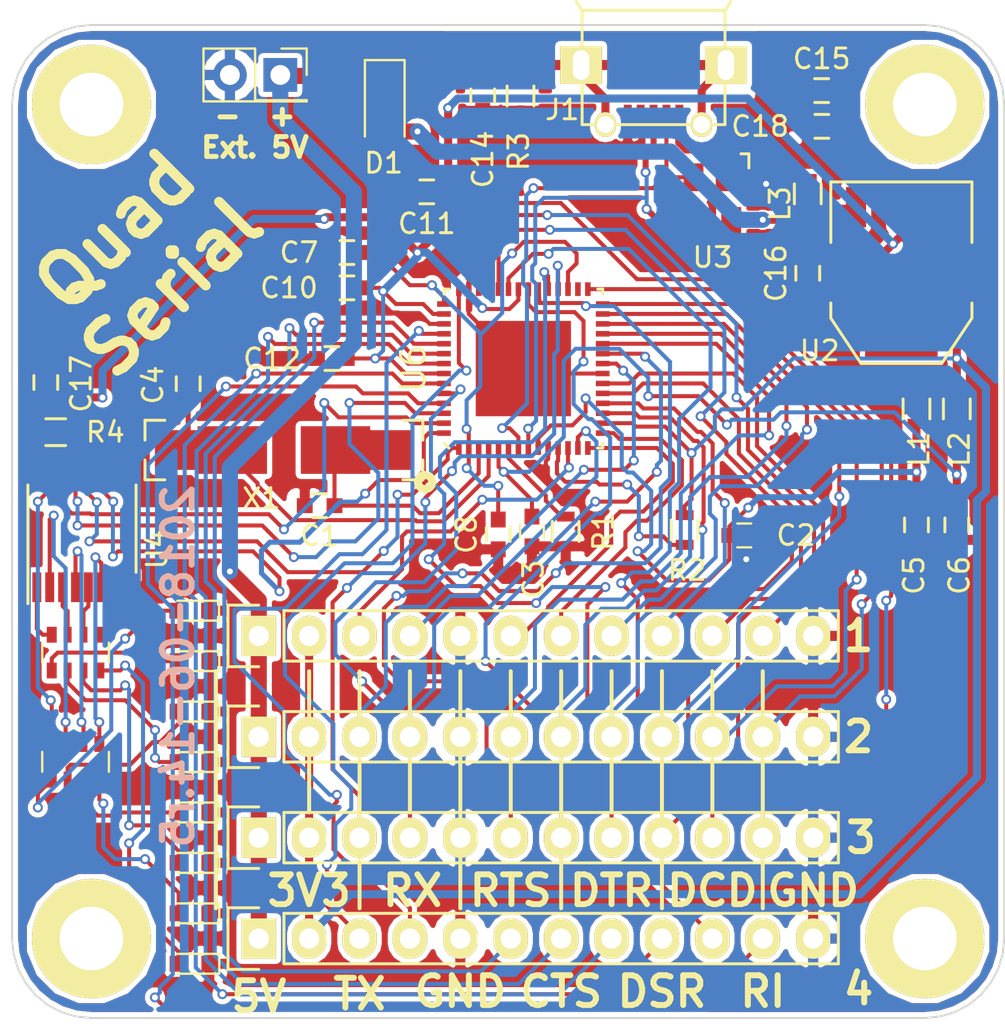
<source format=kicad_pcb>
(kicad_pcb (version 20171130) (host pcbnew 5.0.0)
  (layers (0 F.Cu signal) (31 B.Cu signal) (34 B.Paste user) (35 F.Paste user) (36 B.SilkS user) (37 F.SilkS user) (38 B.Mask user) (39 F.Mask user) (44 Edge.Cuts user))
  (net 0 "")
  (net 1 +1.8V)
  (net 2 /USB/SHIELD)
  (net 3 /FT4232H/DP)
  (net 4 /FT4232H/DM)
  (net 5 "Net-(J1-Pad1)")
  (net 6 /FT4232H/TXDA)
  (net 7 /FT4232H/RTSA)
  (net 8 /FT4232H/CTSA)
  (net 9 /FT4232H/DTRA)
  (net 10 /FT4232H/DSRA)
  (net 11 /FT4232H/DCDA)
  (net 12 /FT4232H/RIA)
  (net 13 /FT4232H/TXDB)
  (net 14 /FT4232H/RXDB)
  (net 15 /FT4232H/RTSB)
  (net 16 /FT4232H/CTSB)
  (net 17 /FT4232H/DTRB)
  (net 18 /FT4232H/DSRB)
  (net 19 /FT4232H/DCDB)
  (net 20 /FT4232H/RIB)
  (net 21 /FT4232H/TXDC)
  (net 22 /FT4232H/RXDC)
  (net 23 /FT4232H/RTSC)
  (net 24 /FT4232H/CTSC)
  (net 25 /FT4232H/DTRC)
  (net 26 /FT4232H/DSRC)
  (net 27 /FT4232H/DCDC)
  (net 28 /FT4232H/RIC)
  (net 29 /FT4232H/TXDD)
  (net 30 /FT4232H/RXDD)
  (net 31 /FT4232H/RTSD)
  (net 32 /FT4232H/CTSD)
  (net 33 /FT4232H/DTRD)
  (net 34 /FT4232H/DSRD)
  (net 35 /FT4232H/DCDD)
  (net 36 /FT4232H/RID)
  (net 37 "Net-(R4-Pad2)")
  (net 38 /FT4232H/~LED_EN)
  (net 39 /FT4232H/LED_DATA)
  (net 40 /FT4232H/LED_CLK)
  (net 41 /FT4232H/LED_CS)
  (net 42 GND)
  (net 43 +3V3)
  (net 44 VUSB)
  (net 45 "Net-(RP1-Pad1)")
  (net 46 "Net-(RP1-Pad3)")
  (net 47 "Net-(RP1-Pad2)")
  (net 48 "Net-(RP1-Pad4)")
  (net 49 "Net-(RP1-Pad7)")
  (net 50 "Net-(RP1-Pad8)")
  (net 51 "Net-(RP1-Pad6)")
  (net 52 "Net-(RP1-Pad5)")
  (net 53 "Net-(RP2-Pad1)")
  (net 54 "Net-(RP2-Pad3)")
  (net 55 "Net-(RP2-Pad2)")
  (net 56 "Net-(RP2-Pad4)")
  (net 57 "Net-(RP2-Pad7)")
  (net 58 "Net-(RP2-Pad8)")
  (net 59 "Net-(RP2-Pad6)")
  (net 60 "Net-(RP2-Pad5)")
  (net 61 /FT4232H/OSCI)
  (net 62 /FT4232H/VPLL)
  (net 63 /FT4232H/VPHY)
  (net 64 /FT4232H/OSCO)
  (net 65 /FT4232H/REF)
  (net 66 /FT4232H/RESET)
  (net 67 /FT4232H/RXDA)
  (net 68 VEXT)
  (module Capacitors_SMD:C_0603 (layer F.Cu) (at 150.2 89.4 180)
    (fp_text reference C11 (at 0 -1.6 180) (layer F.SilkS))
    (fp_text value 100n)
    (pad 1 smd rect (at -0.75 0 180) (size 0.8 0.75) (layers F.Cu F.Paste F.Mask) (net 43 +3V3))
    (pad 2 smd rect (at 0.75 0 180) (size 0.8 0.75) (layers F.Cu F.Paste F.Mask) (net 42 GND))
  )
  (module Housings_DFN_QFN:QFN-56-1EP_8x8mm_Pitch0.5mm (layer F.Cu) (at 155.067 98.298 90)
    (fp_text reference U6 (at 0 -5.545 90) (layer F.SilkS) (effects (font (size 1.2 1.2))))
    (fp_text value FT4232H-56Q)
    (pad 1 smd rect (at -4 -3.25 180) (size 0.28 0.69) (layers F.Cu F.Paste F.Mask) (net 41 /FT4232H/LED_CS))
    (pad 2 smd rect (at -4 -2.75 180) (size 0.28 0.69) (layers F.Cu F.Paste F.Mask) (net 1 +1.8V))
    (pad 3 smd rect (at -4 -2.25 180) (size 0.28 0.69) (layers F.Cu F.Paste F.Mask) (net 61 /FT4232H/OSCI))
    (pad 4 smd rect (at -4 -1.75 180) (size 0.28 0.69) (layers F.Cu F.Paste F.Mask) (net 64 /FT4232H/OSCO))
    (pad 5 smd rect (at -4 -1.25 180) (size 0.28 0.69) (layers F.Cu F.Paste F.Mask) (net 63 /FT4232H/VPHY))
    (pad 6 smd rect (at -4 -0.75 180) (size 0.28 0.69) (layers F.Cu F.Paste F.Mask) (net 65 /FT4232H/REF))
    (pad 7 smd rect (at -4 -0.25 180) (size 0.28 0.69) (layers F.Cu F.Paste F.Mask) (net 4 /FT4232H/DM))
    (pad 8 smd rect (at -4 0.25 180) (size 0.28 0.69) (layers F.Cu F.Paste F.Mask) (net 3 /FT4232H/DP))
    (pad 9 smd rect (at -4 0.75 180) (size 0.28 0.69) (layers F.Cu F.Paste F.Mask) (net 62 /FT4232H/VPLL))
    (pad 10 smd rect (at -4 1.25 180) (size 0.28 0.69) (layers F.Cu F.Paste F.Mask) (net 42 GND))
    (pad 11 smd rect (at -4 1.75 180) (size 0.28 0.69) (layers F.Cu F.Paste F.Mask) (net 66 /FT4232H/RESET))
    (pad 12 smd rect (at -4 2.25 180) (size 0.28 0.69) (layers F.Cu F.Paste F.Mask) (net 6 /FT4232H/TXDA))
    (pad 13 smd rect (at -4 2.75 180) (size 0.28 0.69) (layers F.Cu F.Paste F.Mask) (net 67 /FT4232H/RXDA))
    (pad 14 smd rect (at -4 3.25 180) (size 0.28 0.69) (layers F.Cu F.Paste F.Mask) (net 7 /FT4232H/RTSA))
    (pad 15 smd rect (at -3.25 4 90) (size 0.28 0.69) (layers F.Cu F.Paste F.Mask) (net 8 /FT4232H/CTSA))
    (pad 16 smd rect (at -2.75 4 90) (size 0.28 0.69) (layers F.Cu F.Paste F.Mask) (net 43 +3V3))
    (pad 17 smd rect (at -2.25 4 90) (size 0.28 0.69) (layers F.Cu F.Paste F.Mask) (net 9 /FT4232H/DTRA))
    (pad 18 smd rect (at -1.75 4 90) (size 0.28 0.69) (layers F.Cu F.Paste F.Mask) (net 10 /FT4232H/DSRA))
    (pad 19 smd rect (at -1.25 4 90) (size 0.28 0.69) (layers F.Cu F.Paste F.Mask) (net 11 /FT4232H/DCDA))
    (pad 20 smd rect (at -0.75 4 90) (size 0.28 0.69) (layers F.Cu F.Paste F.Mask) (net 12 /FT4232H/RIA))
    (pad 21 smd rect (at -0.25 4 90) (size 0.28 0.69) (layers F.Cu F.Paste F.Mask) (net 42 GND))
    (pad 22 smd rect (at 0.25 4 90) (size 0.28 0.69) (layers F.Cu F.Paste F.Mask) (net 13 /FT4232H/TXDB))
    (pad 23 smd rect (at 0.75 4 90) (size 0.28 0.69) (layers F.Cu F.Paste F.Mask) (net 14 /FT4232H/RXDB))
    (pad 24 smd rect (at 1.25 4 90) (size 0.28 0.69) (layers F.Cu F.Paste F.Mask) (net 15 /FT4232H/RTSB))
    (pad 25 smd rect (at 1.75 4 90) (size 0.28 0.69) (layers F.Cu F.Paste F.Mask) (net 16 /FT4232H/CTSB))
    (pad 26 smd rect (at 2.25 4 90) (size 0.28 0.69) (layers F.Cu F.Paste F.Mask) (net 17 /FT4232H/DTRB))
    (pad 27 smd rect (at 2.75 4 90) (size 0.28 0.69) (layers F.Cu F.Paste F.Mask) (net 18 /FT4232H/DSRB))
    (pad 28 smd rect (at 3.25 4 90) (size 0.28 0.69) (layers F.Cu F.Paste F.Mask) (net 19 /FT4232H/DCDB))
    (pad 29 smd rect (at 4 3.25 180) (size 0.28 0.69) (layers F.Cu F.Paste F.Mask) (net 20 /FT4232H/RIB))
    (pad 30 smd rect (at 4 2.75 180) (size 0.28 0.69) (layers F.Cu F.Paste F.Mask))
    (pad 31 smd rect (at 4 2.25 180) (size 0.28 0.69) (layers F.Cu F.Paste F.Mask) (net 1 +1.8V))
    (pad 32 smd rect (at 4 1.75 180) (size 0.28 0.69) (layers F.Cu F.Paste F.Mask) (net 21 /FT4232H/TXDC))
    (pad 33 smd rect (at 4 1.25 180) (size 0.28 0.69) (layers F.Cu F.Paste F.Mask) (net 22 /FT4232H/RXDC))
    (pad 34 smd rect (at 4 0.75 180) (size 0.28 0.69) (layers F.Cu F.Paste F.Mask) (net 23 /FT4232H/RTSC))
    (pad 35 smd rect (at 4 0.25 180) (size 0.28 0.69) (layers F.Cu F.Paste F.Mask) (net 24 /FT4232H/CTSC))
    (pad 36 smd rect (at 4 -0.25 180) (size 0.28 0.69) (layers F.Cu F.Paste F.Mask) (net 43 +3V3))
    (pad 37 smd rect (at 4 -0.75 180) (size 0.28 0.69) (layers F.Cu F.Paste F.Mask) (net 25 /FT4232H/DTRC))
    (pad 38 smd rect (at 4 -1.25 180) (size 0.28 0.69) (layers F.Cu F.Paste F.Mask) (net 26 /FT4232H/DSRC))
    (pad 39 smd rect (at 4 -1.75 180) (size 0.28 0.69) (layers F.Cu F.Paste F.Mask) (net 27 /FT4232H/DCDC))
    (pad 40 smd rect (at 4 -2.25 180) (size 0.28 0.69) (layers F.Cu F.Paste F.Mask) (net 28 /FT4232H/RIC))
    (pad 41 smd rect (at 4 -2.75 180) (size 0.28 0.69) (layers F.Cu F.Paste F.Mask) (net 42 GND))
    (pad 42 smd rect (at 4 -3.25 180) (size 0.28 0.69) (layers F.Cu F.Paste F.Mask) (net 29 /FT4232H/TXDD))
    (pad 43 smd rect (at 3.25 -4 90) (size 0.28 0.69) (layers F.Cu F.Paste F.Mask) (net 1 +1.8V))
    (pad 44 smd rect (at 2.75 -4 90) (size 0.28 0.69) (layers F.Cu F.Paste F.Mask) (net 43 +3V3))
    (pad 45 smd rect (at 2.25 -4 90) (size 0.28 0.69) (layers F.Cu F.Paste F.Mask) (net 42 GND))
    (pad 46 smd rect (at 1.75 -4 90) (size 0.28 0.69) (layers F.Cu F.Paste F.Mask) (net 30 /FT4232H/RXDD))
    (pad 47 smd rect (at 1.25 -4 90) (size 0.28 0.69) (layers F.Cu F.Paste F.Mask) (net 31 /FT4232H/RTSD))
    (pad 48 smd rect (at 0.75 -4 90) (size 0.28 0.69) (layers F.Cu F.Paste F.Mask) (net 32 /FT4232H/CTSD))
    (pad 49 smd rect (at 0.25 -4 90) (size 0.28 0.69) (layers F.Cu F.Paste F.Mask) (net 33 /FT4232H/DTRD))
    (pad 50 smd rect (at -0.25 -4 90) (size 0.28 0.69) (layers F.Cu F.Paste F.Mask) (net 43 +3V3))
    (pad 51 smd rect (at -0.75 -4 90) (size 0.28 0.69) (layers F.Cu F.Paste F.Mask) (net 34 /FT4232H/DSRD))
    (pad 52 smd rect (at -1.25 -4 90) (size 0.28 0.69) (layers F.Cu F.Paste F.Mask) (net 35 /FT4232H/DCDD))
    (pad 53 smd rect (at -1.75 -4 90) (size 0.28 0.69) (layers F.Cu F.Paste F.Mask) (net 36 /FT4232H/RID))
    (pad 54 smd rect (at -2.25 -4 90) (size 0.28 0.69) (layers F.Cu F.Paste F.Mask) (net 38 /FT4232H/~LED_EN))
    (pad 55 smd rect (at -2.75 -4 90) (size 0.28 0.69) (layers F.Cu F.Paste F.Mask) (net 39 /FT4232H/LED_DATA))
    (pad 56 smd rect (at -3.25 -4 90) (size 0.28 0.69) (layers F.Cu F.Paste F.Mask) (net 40 /FT4232H/LED_CLK))
    (pad 57 smd rect (at 0 0 90) (size 4.8 4.8) (layers F.Cu F.Paste F.Mask) (net 42 GND))
  )
  (module Capacitors_SMD:C_0603 (layer F.Cu) (at 144.8 105.2 180)
    (fp_text reference C1 (at 0 -1.524 180) (layer F.SilkS))
    (fp_text value 22p)
    (pad 1 smd rect (at -0.75 0 180) (size 0.8 0.75) (layers F.Cu F.Paste F.Mask) (net 61 /FT4232H/OSCI))
    (pad 2 smd rect (at 0.75 0 180) (size 0.8 0.75) (layers F.Cu F.Paste F.Mask) (net 42 GND))
  )
  (module Housings_SSOP:TSSOP-16_4.4x5mm_Pitch0.65mm (layer F.Cu) (at 132.823 106.36 90)
    (fp_text reference U4 (at -1.04 3.777 90) (layer F.SilkS))
    (fp_text value 74HC595)
    (pad 1 smd rect (at -2.95 -2.275 90) (size 1.5 0.45) (layers F.Cu F.Paste F.Mask) (net 58 "Net-(RP2-Pad8)"))
    (pad 2 smd rect (at -2.95 -1.625 90) (size 1.5 0.45) (layers F.Cu F.Paste F.Mask) (net 49 "Net-(RP1-Pad7)"))
    (pad 3 smd rect (at -2.95 -0.975 90) (size 1.5 0.45) (layers F.Cu F.Paste F.Mask) (net 57 "Net-(RP2-Pad7)"))
    (pad 4 smd rect (at -2.95 -0.325 90) (size 1.5 0.45) (layers F.Cu F.Paste F.Mask) (net 51 "Net-(RP1-Pad6)"))
    (pad 5 smd rect (at -2.95 0.325 90) (size 1.5 0.45) (layers F.Cu F.Paste F.Mask) (net 59 "Net-(RP2-Pad6)"))
    (pad 6 smd rect (at -2.95 0.975 90) (size 1.5 0.45) (layers F.Cu F.Paste F.Mask) (net 52 "Net-(RP1-Pad5)"))
    (pad 7 smd rect (at -2.95 1.625 90) (size 1.5 0.45) (layers F.Cu F.Paste F.Mask) (net 60 "Net-(RP2-Pad5)"))
    (pad 8 smd rect (at -2.95 2.275 90) (size 1.5 0.45) (layers F.Cu F.Paste F.Mask) (net 42 GND))
    (pad 9 smd rect (at 2.95 2.275 90) (size 1.5 0.45) (layers F.Cu F.Paste F.Mask))
    (pad 10 smd rect (at 2.95 1.625 90) (size 1.5 0.45) (layers F.Cu F.Paste F.Mask) (net 37 "Net-(R4-Pad2)"))
    (pad 11 smd rect (at 2.95 0.975 90) (size 1.5 0.45) (layers F.Cu F.Paste F.Mask) (net 40 /FT4232H/LED_CLK))
    (pad 12 smd rect (at 2.95 0.325 90) (size 1.5 0.45) (layers F.Cu F.Paste F.Mask) (net 41 /FT4232H/LED_CS))
    (pad 13 smd rect (at 2.95 -0.325 90) (size 1.5 0.45) (layers F.Cu F.Paste F.Mask) (net 38 /FT4232H/~LED_EN))
    (pad 14 smd rect (at 2.95 -0.975 90) (size 1.5 0.45) (layers F.Cu F.Paste F.Mask) (net 39 /FT4232H/LED_DATA))
    (pad 15 smd rect (at 2.95 -1.625 90) (size 1.5 0.45) (layers F.Cu F.Paste F.Mask) (net 50 "Net-(RP1-Pad8)"))
    (pad 16 smd rect (at 2.95 -2.275 90) (size 1.5 0.45) (layers F.Cu F.Paste F.Mask) (net 43 +3V3))
  )
  (module TO_SOT_Packages_SMD:SOT-143 (layer F.Cu) (at 164.592 89.764 180)
    (fp_text reference U3 (at -0.008 -2.936) (layer F.SilkS))
    (fp_text value PRTR5V0U2X)
    (pad 1 smd rect (at -0.76962 1.09982 180) (size 1.19888 1.39954) (layers F.Cu F.Paste F.Mask) (net 42 GND))
    (pad 2 smd rect (at 0.94996 1.09982 180) (size 1.00076 1.39954) (layers F.Cu F.Paste F.Mask) (net 4 /FT4232H/DM))
    (pad 3 smd rect (at 0.94996 -1.09982 180) (size 1.00076 1.39954) (layers F.Cu F.Paste F.Mask) (net 3 /FT4232H/DP))
    (pad 4 smd rect (at -0.94996 -1.09982 180) (size 1.00076 1.39954) (layers F.Cu F.Paste F.Mask) (net 44 VUSB))
  )
  (module TO_SOT_Packages_SMD:SOT-223 (layer F.Cu) (at 174.117 93.472 180)
    (fp_text reference U2 (at 4.117 -3.928) (layer F.SilkS))
    (fp_text value NCP1117ST33T3G)
    (pad 4 smd rect (at 0 -3.302 180) (size 3.6576 2.032) (layers F.Cu F.Paste F.Mask))
    (pad 2 smd rect (at 0 3.302 180) (size 1.016 2.032) (layers F.Cu F.Paste F.Mask) (net 43 +3V3))
    (pad 3 smd rect (at 2.286 3.302 180) (size 1.016 2.032) (layers F.Cu F.Paste F.Mask) (net 44 VUSB))
    (pad 1 smd rect (at -2.286 3.302 180) (size 1.016 2.032) (layers F.Cu F.Paste F.Mask) (net 42 GND))
  )
  (module usb-connectors:USB-MICRO-B-SMD (layer F.Cu) (at 161.628 83.014 180)
    (fp_text reference J1 (at 4.6 -2.25 180) (layer F.SilkS))
    (fp_text value USB-MINI-B-SMD)
    (pad 1 smd rect (at -1.3 -2.675 180) (size 0.4 1.35) (layers F.Cu F.Paste F.Mask) (net 5 "Net-(J1-Pad1)"))
    (pad 2 smd rect (at -0.65 -2.675 180) (size 0.4 1.35) (layers F.Cu F.Paste F.Mask) (net 4 /FT4232H/DM))
    (pad 3 smd rect (at 0 -2.675 180) (size 0.4 1.35) (layers F.Cu F.Paste F.Mask) (net 3 /FT4232H/DP))
    (pad 4 smd rect (at 0.65 -2.675 180) (size 0.4 1.35) (layers F.Cu F.Paste F.Mask))
    (pad 5 smd rect (at 1.3 -2.675 180) (size 0.4 1.35) (layers F.Cu F.Paste F.Mask) (net 42 GND))
    (pad 6 thru_hole oval (at 2.425 -3 180) (size 1.05 1.25) (drill 0.85) (layers *.Cu *.Mask F.SilkS) (net 2 /USB/SHIELD))
    (pad 6 thru_hole oval (at -2.425 -3 180) (size 1.05 1.25) (drill 0.85) (layers *.Cu *.Mask F.SilkS) (net 2 /USB/SHIELD))
    (pad 6 smd rect (at -1.15 0 180) (size 1.8 1.9) (layers F.Cu F.Paste F.Mask) (net 2 /USB/SHIELD))
    (pad 6 smd rect (at 1.15 0 180) (size 1.8 1.9) (layers F.Cu F.Paste F.Mask) (net 2 /USB/SHIELD))
    (pad 6 thru_hole rect (at 3.65 0 180) (size 2.1 1.9) (drill oval 0.83 1.5) (layers *.Cu *.Mask F.SilkS) (net 2 /USB/SHIELD))
    (pad 6 thru_hole rect (at -3.65 0 180) (size 2.1 1.9) (drill oval 0.83 1.5) (layers *.Cu *.Mask F.SilkS) (net 2 /USB/SHIELD))
  )
  (module Pin_Headers:Pin_Header_Straight_1x12 (layer F.Cu) (at 141.732 111.76 90)
    (fp_text reference P1 hide)
    (fp_text value CONN_12)
    (pad 1 thru_hole rect (at 0 0 90) (size 2.032 1.7272) (drill 1.016) (layers *.Cu *.Mask F.SilkS) (net 68 VEXT))
    (pad 2 thru_hole oval (at 0 2.54 90) (size 2.032 1.7272) (drill 1.016) (layers *.Cu *.Mask F.SilkS) (net 43 +3V3))
    (pad 3 thru_hole oval (at 0 5.08 90) (size 2.032 1.7272) (drill 1.016) (layers *.Cu *.Mask F.SilkS) (net 6 /FT4232H/TXDA))
    (pad 4 thru_hole oval (at 0 7.62 90) (size 2.032 1.7272) (drill 1.016) (layers *.Cu *.Mask F.SilkS) (net 67 /FT4232H/RXDA))
    (pad 5 thru_hole oval (at 0 10.16 90) (size 2.032 1.7272) (drill 1.016) (layers *.Cu *.Mask F.SilkS) (net 42 GND))
    (pad 6 thru_hole oval (at 0 12.7 90) (size 2.032 1.7272) (drill 1.016) (layers *.Cu *.Mask F.SilkS) (net 7 /FT4232H/RTSA))
    (pad 7 thru_hole oval (at 0 15.24 90) (size 2.032 1.7272) (drill 1.016) (layers *.Cu *.Mask F.SilkS) (net 8 /FT4232H/CTSA))
    (pad 8 thru_hole oval (at 0 17.78 90) (size 2.032 1.7272) (drill 1.016) (layers *.Cu *.Mask F.SilkS) (net 9 /FT4232H/DTRA))
    (pad 9 thru_hole oval (at 0 20.32 90) (size 2.032 1.7272) (drill 1.016) (layers *.Cu *.Mask F.SilkS) (net 10 /FT4232H/DSRA))
    (pad 10 thru_hole oval (at 0 22.86 90) (size 2.032 1.7272) (drill 1.016) (layers *.Cu *.Mask F.SilkS) (net 11 /FT4232H/DCDA))
    (pad 11 thru_hole oval (at 0 25.4 90) (size 2.032 1.7272) (drill 1.016) (layers *.Cu *.Mask F.SilkS) (net 12 /FT4232H/RIA))
    (pad 12 thru_hole oval (at 0 27.94 90) (size 2.032 1.7272) (drill 1.016) (layers *.Cu *.Mask F.SilkS) (net 42 GND))
  )
  (module Pin_Headers:Pin_Header_Straight_1x12 (layer F.Cu) (at 141.732 116.84 90)
    (fp_text reference P2 hide)
    (fp_text value CONN_12)
    (pad 1 thru_hole rect (at 0 0 90) (size 2.032 1.7272) (drill 1.016) (layers *.Cu *.Mask F.SilkS) (net 68 VEXT))
    (pad 2 thru_hole oval (at 0 2.54 90) (size 2.032 1.7272) (drill 1.016) (layers *.Cu *.Mask F.SilkS) (net 43 +3V3))
    (pad 3 thru_hole oval (at 0 5.08 90) (size 2.032 1.7272) (drill 1.016) (layers *.Cu *.Mask F.SilkS) (net 13 /FT4232H/TXDB))
    (pad 4 thru_hole oval (at 0 7.62 90) (size 2.032 1.7272) (drill 1.016) (layers *.Cu *.Mask F.SilkS) (net 14 /FT4232H/RXDB))
    (pad 5 thru_hole oval (at 0 10.16 90) (size 2.032 1.7272) (drill 1.016) (layers *.Cu *.Mask F.SilkS) (net 42 GND))
    (pad 6 thru_hole oval (at 0 12.7 90) (size 2.032 1.7272) (drill 1.016) (layers *.Cu *.Mask F.SilkS) (net 15 /FT4232H/RTSB))
    (pad 7 thru_hole oval (at 0 15.24 90) (size 2.032 1.7272) (drill 1.016) (layers *.Cu *.Mask F.SilkS) (net 16 /FT4232H/CTSB))
    (pad 8 thru_hole oval (at 0 17.78 90) (size 2.032 1.7272) (drill 1.016) (layers *.Cu *.Mask F.SilkS) (net 17 /FT4232H/DTRB))
    (pad 9 thru_hole oval (at 0 20.32 90) (size 2.032 1.7272) (drill 1.016) (layers *.Cu *.Mask F.SilkS) (net 18 /FT4232H/DSRB))
    (pad 10 thru_hole oval (at 0 22.86 90) (size 2.032 1.7272) (drill 1.016) (layers *.Cu *.Mask F.SilkS) (net 19 /FT4232H/DCDB))
    (pad 11 thru_hole oval (at 0 25.4 90) (size 2.032 1.7272) (drill 1.016) (layers *.Cu *.Mask F.SilkS) (net 20 /FT4232H/RIB))
    (pad 12 thru_hole oval (at 0 27.94 90) (size 2.032 1.7272) (drill 1.016) (layers *.Cu *.Mask F.SilkS) (net 42 GND))
  )
  (module Pin_Headers:Pin_Header_Straight_1x12 (layer F.Cu) (at 141.732 121.92 90)
    (fp_text reference P3 hide)
    (fp_text value CONN_12)
    (pad 1 thru_hole rect (at 0 0 90) (size 2.032 1.7272) (drill 1.016) (layers *.Cu *.Mask F.SilkS) (net 68 VEXT))
    (pad 2 thru_hole oval (at 0 2.54 90) (size 2.032 1.7272) (drill 1.016) (layers *.Cu *.Mask F.SilkS) (net 43 +3V3))
    (pad 3 thru_hole oval (at 0 5.08 90) (size 2.032 1.7272) (drill 1.016) (layers *.Cu *.Mask F.SilkS) (net 21 /FT4232H/TXDC))
    (pad 4 thru_hole oval (at 0 7.62 90) (size 2.032 1.7272) (drill 1.016) (layers *.Cu *.Mask F.SilkS) (net 22 /FT4232H/RXDC))
    (pad 5 thru_hole oval (at 0 10.16 90) (size 2.032 1.7272) (drill 1.016) (layers *.Cu *.Mask F.SilkS) (net 42 GND))
    (pad 6 thru_hole oval (at 0 12.7 90) (size 2.032 1.7272) (drill 1.016) (layers *.Cu *.Mask F.SilkS) (net 23 /FT4232H/RTSC))
    (pad 7 thru_hole oval (at 0 15.24 90) (size 2.032 1.7272) (drill 1.016) (layers *.Cu *.Mask F.SilkS) (net 24 /FT4232H/CTSC))
    (pad 8 thru_hole oval (at 0 17.78 90) (size 2.032 1.7272) (drill 1.016) (layers *.Cu *.Mask F.SilkS) (net 25 /FT4232H/DTRC))
    (pad 9 thru_hole oval (at 0 20.32 90) (size 2.032 1.7272) (drill 1.016) (layers *.Cu *.Mask F.SilkS) (net 26 /FT4232H/DSRC))
    (pad 10 thru_hole oval (at 0 22.86 90) (size 2.032 1.7272) (drill 1.016) (layers *.Cu *.Mask F.SilkS) (net 27 /FT4232H/DCDC))
    (pad 11 thru_hole oval (at 0 25.4 90) (size 2.032 1.7272) (drill 1.016) (layers *.Cu *.Mask F.SilkS) (net 28 /FT4232H/RIC))
    (pad 12 thru_hole oval (at 0 27.94 90) (size 2.032 1.7272) (drill 1.016) (layers *.Cu *.Mask F.SilkS) (net 42 GND))
  )
  (module Pin_Headers:Pin_Header_Straight_1x12 (layer F.Cu) (at 141.732 127 90)
    (fp_text reference P4 hide)
    (fp_text value CONN_12)
    (pad 1 thru_hole rect (at 0 0 90) (size 2.032 1.7272) (drill 1.016) (layers *.Cu *.Mask F.SilkS) (net 68 VEXT))
    (pad 2 thru_hole oval (at 0 2.54 90) (size 2.032 1.7272) (drill 1.016) (layers *.Cu *.Mask F.SilkS) (net 43 +3V3))
    (pad 3 thru_hole oval (at 0 5.08 90) (size 2.032 1.7272) (drill 1.016) (layers *.Cu *.Mask F.SilkS) (net 29 /FT4232H/TXDD))
    (pad 4 thru_hole oval (at 0 7.62 90) (size 2.032 1.7272) (drill 1.016) (layers *.Cu *.Mask F.SilkS) (net 30 /FT4232H/RXDD))
    (pad 5 thru_hole oval (at 0 10.16 90) (size 2.032 1.7272) (drill 1.016) (layers *.Cu *.Mask F.SilkS) (net 42 GND))
    (pad 6 thru_hole oval (at 0 12.7 90) (size 2.032 1.7272) (drill 1.016) (layers *.Cu *.Mask F.SilkS) (net 31 /FT4232H/RTSD))
    (pad 7 thru_hole oval (at 0 15.24 90) (size 2.032 1.7272) (drill 1.016) (layers *.Cu *.Mask F.SilkS) (net 32 /FT4232H/CTSD))
    (pad 8 thru_hole oval (at 0 17.78 90) (size 2.032 1.7272) (drill 1.016) (layers *.Cu *.Mask F.SilkS) (net 33 /FT4232H/DTRD))
    (pad 9 thru_hole oval (at 0 20.32 90) (size 2.032 1.7272) (drill 1.016) (layers *.Cu *.Mask F.SilkS) (net 34 /FT4232H/DSRD))
    (pad 10 thru_hole oval (at 0 22.86 90) (size 2.032 1.7272) (drill 1.016) (layers *.Cu *.Mask F.SilkS) (net 35 /FT4232H/DCDD))
    (pad 11 thru_hole oval (at 0 25.4 90) (size 2.032 1.7272) (drill 1.016) (layers *.Cu *.Mask F.SilkS) (net 36 /FT4232H/RID))
    (pad 12 thru_hole oval (at 0 27.94 90) (size 2.032 1.7272) (drill 1.016) (layers *.Cu *.Mask F.SilkS) (net 42 GND))
  )
  (module Capacitors_SMD:C_0603 (layer F.Cu) (at 138.176 99.06 90)
    (fp_text reference C4 (at -0.0635 -1.778 270) (layer F.SilkS))
    (fp_text value 22p)
    (pad 1 smd rect (at -0.75 0 90) (size 0.8 0.75) (layers F.Cu F.Paste F.Mask) (net 64 /FT4232H/OSCO))
    (pad 2 smd rect (at 0.75 0 90) (size 0.8 0.75) (layers F.Cu F.Paste F.Mask) (net 42 GND))
  )
  (module Capacitors_SMD:C_0603 (layer F.Cu) (at 174.879 106.172 270)
    (fp_text reference C5 (at 2.54 0.127 270) (layer F.SilkS))
    (fp_text value 100n)
    (pad 1 smd rect (at -0.75 0 270) (size 0.8 0.75) (layers F.Cu F.Paste F.Mask) (net 62 /FT4232H/VPLL))
    (pad 2 smd rect (at 0.75 0 270) (size 0.8 0.75) (layers F.Cu F.Paste F.Mask) (net 42 GND))
  )
  (module Capacitors_SMD:C_0603 (layer F.Cu) (at 176.911 106.172 270)
    (fp_text reference C6 (at 2.54 -0.127 270) (layer F.SilkS))
    (fp_text value 100n)
    (pad 1 smd rect (at -0.75 0 270) (size 0.8 0.75) (layers F.Cu F.Paste F.Mask) (net 63 /FT4232H/VPHY))
    (pad 2 smd rect (at 0.75 0 270) (size 0.8 0.75) (layers F.Cu F.Paste F.Mask) (net 42 GND))
  )
  (module Capacitors_SMD:C_0603 (layer F.Cu) (at 146.177 92.456 180)
    (fp_text reference C7 (at 2.413 0 180) (layer F.SilkS))
    (fp_text value 100n)
    (pad 1 smd rect (at -0.75 0 180) (size 0.8 0.75) (layers F.Cu F.Paste F.Mask) (net 1 +1.8V))
    (pad 2 smd rect (at 0.75 0 180) (size 0.8 0.75) (layers F.Cu F.Paste F.Mask) (net 42 GND))
  )
  (module Capacitors_SMD:C_0603 (layer F.Cu) (at 153.8 106.65 270)
    (fp_text reference C8 (at 0 1.6 90) (layer F.SilkS))
    (fp_text value 100n)
    (pad 1 smd rect (at -0.75 0 270) (size 0.8 0.75) (layers F.Cu F.Paste F.Mask) (net 1 +1.8V))
    (pad 2 smd rect (at 0.75 0 270) (size 0.8 0.75) (layers F.Cu F.Paste F.Mask) (net 42 GND))
  )
  (module Capacitors_SMD:C_0603 (layer F.Cu) (at 146.177 94.234 180)
    (fp_text reference C10 (at 2.921 0 180) (layer F.SilkS))
    (fp_text value 100n)
    (pad 1 smd rect (at -0.75 0 180) (size 0.8 0.75) (layers F.Cu F.Paste F.Mask) (net 43 +3V3))
    (pad 2 smd rect (at 0.75 0 180) (size 0.8 0.75) (layers F.Cu F.Paste F.Mask) (net 42 GND))
  )
  (module Capacitors_SMD:C_0603 (layer F.Cu) (at 145.415 97.79 180)
    (fp_text reference C12 (at 3.015 -0.01 180) (layer F.SilkS))
    (fp_text value 100n)
    (pad 1 smd rect (at -0.75 0 180) (size 0.8 0.75) (layers F.Cu F.Paste F.Mask) (net 43 +3V3))
    (pad 2 smd rect (at 0.75 0 180) (size 0.8 0.75) (layers F.Cu F.Paste F.Mask) (net 42 GND))
  )
  (module Capacitors_SMD:C_0603 (layer F.Cu) (at 153.017204 84.569662 270)
    (fp_text reference C14 (at 3.194338 -0.010796 270) (layer F.SilkS))
    (fp_text value 4n7)
    (pad 1 smd rect (at -0.75 0 270) (size 0.8 0.75) (layers F.Cu F.Paste F.Mask) (net 2 /USB/SHIELD))
    (pad 2 smd rect (at 0.75 0 270) (size 0.8 0.75) (layers F.Cu F.Paste F.Mask) (net 42 GND))
  )
  (module Capacitors_SMD:C_0603 (layer F.Cu) (at 170.1 84.3 180)
    (fp_text reference C15 (at 0 1.6) (layer F.SilkS))
    (fp_text value 100n)
    (pad 1 smd rect (at -0.75 0 180) (size 0.8 0.75) (layers F.Cu F.Paste F.Mask) (net 44 VUSB))
    (pad 2 smd rect (at 0.75 0 180) (size 0.8 0.75) (layers F.Cu F.Paste F.Mask) (net 42 GND))
  )
  (module Capacitors_SMD:C_0603 (layer F.Cu) (at 169.4 93.5 270)
    (fp_text reference C16 (at 0 1.6 90) (layer F.SilkS))
    (fp_text value 100n)
    (pad 1 smd rect (at -0.75 0 270) (size 0.8 0.75) (layers F.Cu F.Paste F.Mask) (net 43 +3V3))
    (pad 2 smd rect (at 0.75 0 270) (size 0.8 0.75) (layers F.Cu F.Paste F.Mask) (net 42 GND))
  )
  (module Capacitors_SMD:C_0603 (layer F.Cu) (at 131 99 90)
    (fp_text reference C17 (at -0.06 1.7785 90) (layer F.SilkS))
    (fp_text value 100n)
    (pad 1 smd rect (at -0.75 0 90) (size 0.8 0.75) (layers F.Cu F.Paste F.Mask) (net 43 +3V3))
    (pad 2 smd rect (at 0.75 0 90) (size 0.8 0.75) (layers F.Cu F.Paste F.Mask) (net 42 GND))
  )
  (module Capacitors_SMD:C_0603 (layer F.Cu) (at 170.111 86.101 180)
    (fp_text reference C18 (at 3.111 0.001) (layer F.SilkS))
    (fp_text value 10u)
    (pad 1 smd rect (at -0.75 0 180) (size 0.8 0.75) (layers F.Cu F.Paste F.Mask) (net 44 VUSB))
    (pad 2 smd rect (at 0.75 0 180) (size 0.8 0.75) (layers F.Cu F.Paste F.Mask) (net 42 GND))
  )
  (module Resistors_SMD:R_0603 (layer F.Cu) (at 174.879 100.33 270)
    (fp_text reference L1 (at 2.032 -0.127 270) (layer F.SilkS))
    (fp_text value 220nH)
    (pad 1 smd rect (at -0.75 0 270) (size 0.5 0.9) (layers F.Cu F.Paste F.Mask) (net 43 +3V3))
    (pad 2 smd rect (at 0.75 0 270) (size 0.5 0.9) (layers F.Cu F.Paste F.Mask) (net 62 /FT4232H/VPLL))
  )
  (module Resistors_SMD:R_0603 (layer F.Cu) (at 176.911 100.33 270)
    (fp_text reference L2 (at 2.032 -0.127 270) (layer F.SilkS))
    (fp_text value 220nH)
    (pad 1 smd rect (at -0.75 0 270) (size 0.5 0.9) (layers F.Cu F.Paste F.Mask) (net 43 +3V3))
    (pad 2 smd rect (at 0.75 0 270) (size 0.5 0.9) (layers F.Cu F.Paste F.Mask) (net 63 /FT4232H/VPHY))
  )
  (module Resistors_SMD:R_0603 (layer F.Cu) (at 169.4 89.5 90)
    (fp_text reference L3 (at -0.5 -1.4 90) (layer F.SilkS))
    (fp_text value 220R@100MHz)
    (pad 1 smd rect (at -0.75 0 90) (size 0.5 0.9) (layers F.Cu F.Paste F.Mask) (net 44 VUSB))
    (pad 2 smd rect (at 0.75 0 90) (size 0.5 0.9) (layers F.Cu F.Paste F.Mask) (net 5 "Net-(J1-Pad1)"))
  )
  (module Resistors_SMD:R_0603 (layer F.Cu) (at 157.2 106.5 270)
    (fp_text reference R1 (at 0 -1.9 270) (layer F.SilkS))
    (fp_text value 12K)
    (pad 1 smd rect (at -0.75 0 270) (size 0.5 0.9) (layers F.Cu F.Paste F.Mask) (net 65 /FT4232H/REF))
    (pad 2 smd rect (at 0.75 0 270) (size 0.5 0.9) (layers F.Cu F.Paste F.Mask) (net 42 GND))
  )
  (module Resistors_SMD:R_0603 (layer F.Cu) (at 163.195 106.426 90)
    (fp_text reference R2 (at -2.032 0.127 180) (layer F.SilkS))
    (fp_text value 1K)
    (pad 1 smd rect (at -0.75 0 90) (size 0.5 0.9) (layers F.Cu F.Paste F.Mask) (net 66 /FT4232H/RESET))
    (pad 2 smd rect (at 0.75 0 90) (size 0.5 0.9) (layers F.Cu F.Paste F.Mask) (net 43 +3V3))
  )
  (module Resistors_SMD:R_0603 (layer F.Cu) (at 154.922204 84.569662 270)
    (fp_text reference R3 (at 2.798338 0.094204 270) (layer F.SilkS))
    (fp_text value 1M)
    (pad 1 smd rect (at -0.75 0 270) (size 0.5 0.9) (layers F.Cu F.Paste F.Mask) (net 2 /USB/SHIELD))
    (pad 2 smd rect (at 0.75 0 270) (size 0.5 0.9) (layers F.Cu F.Paste F.Mask) (net 42 GND))
  )
  (module Resistors_SMD:R_0603 (layer F.Cu) (at 131.5 101.5)
    (fp_text reference R4 (at 2.5 0) (layer F.SilkS))
    (fp_text value 10K)
    (pad 1 smd rect (at -0.75 0) (size 0.5 0.9) (layers F.Cu F.Paste F.Mask) (net 43 +3V3))
    (pad 2 smd rect (at 0.75 0) (size 0.5 0.9) (layers F.Cu F.Paste F.Mask) (net 37 "Net-(R4-Pad2)"))
  )
  (module Resistors_SMD:R_Array_Convex_4x0603 (layer F.Cu) (at 132.5 118.1 90)
    (fp_text reference RP1 hide)
    (fp_text value 1K5)
    (pad 1 smd rect (at -0.9 -1.2 90) (size 0.8 0.5) (layers F.Cu F.Paste F.Mask) (net 45 "Net-(RP1-Pad1)"))
    (pad 3 smd rect (at -0.9 0.4 90) (size 0.8 0.4) (layers F.Cu F.Paste F.Mask) (net 46 "Net-(RP1-Pad3)"))
    (pad 2 smd rect (at -0.9 -0.4 90) (size 0.8 0.4) (layers F.Cu F.Paste F.Mask) (net 47 "Net-(RP1-Pad2)"))
    (pad 4 smd rect (at -0.9 1.2 90) (size 0.8 0.5) (layers F.Cu F.Paste F.Mask) (net 48 "Net-(RP1-Pad4)"))
    (pad 7 smd rect (at 0.9 -0.4 90) (size 0.8 0.4) (layers F.Cu F.Paste F.Mask) (net 49 "Net-(RP1-Pad7)"))
    (pad 8 smd rect (at 0.9 -1.2 90) (size 0.8 0.5) (layers F.Cu F.Paste F.Mask) (net 50 "Net-(RP1-Pad8)"))
    (pad 6 smd rect (at 0.9 0.4 90) (size 0.8 0.4) (layers F.Cu F.Paste F.Mask) (net 51 "Net-(RP1-Pad6)"))
    (pad 5 smd rect (at 0.9 1.2 90) (size 0.8 0.5) (layers F.Cu F.Paste F.Mask) (net 52 "Net-(RP1-Pad5)"))
  )
  (module Resistors_SMD:R_Array_Convex_4x0603 (layer F.Cu) (at 132.5 112.6 90)
    (fp_text reference RP2 hide)
    (fp_text value 330R)
    (pad 1 smd rect (at -0.9 -1.2 90) (size 0.8 0.5) (layers F.Cu F.Paste F.Mask) (net 53 "Net-(RP2-Pad1)"))
    (pad 3 smd rect (at -0.9 0.4 90) (size 0.8 0.4) (layers F.Cu F.Paste F.Mask) (net 54 "Net-(RP2-Pad3)"))
    (pad 2 smd rect (at -0.9 -0.4 90) (size 0.8 0.4) (layers F.Cu F.Paste F.Mask) (net 55 "Net-(RP2-Pad2)"))
    (pad 4 smd rect (at -0.9 1.2 90) (size 0.8 0.5) (layers F.Cu F.Paste F.Mask) (net 56 "Net-(RP2-Pad4)"))
    (pad 7 smd rect (at 0.9 -0.4 90) (size 0.8 0.4) (layers F.Cu F.Paste F.Mask) (net 57 "Net-(RP2-Pad7)"))
    (pad 8 smd rect (at 0.9 -1.2 90) (size 0.8 0.5) (layers F.Cu F.Paste F.Mask) (net 58 "Net-(RP2-Pad8)"))
    (pad 6 smd rect (at 0.9 0.4 90) (size 0.8 0.4) (layers F.Cu F.Paste F.Mask) (net 59 "Net-(RP2-Pad6)"))
    (pad 5 smd rect (at 0.9 1.2 90) (size 0.8 0.5) (layers F.Cu F.Paste F.Mask) (net 60 "Net-(RP2-Pad5)"))
  )
  (module Socket_Strips:Socket_Strip_Straight_2x01_Pitch2.54mm (layer F.Cu) (at 142.818 83.514)
    (fp_text reference P5 hide)
    (fp_text value CONN_01X02)
    (pad 1 thru_hole rect (at 0 0) (size 1.7 1.7) (drill 1) (layers *.Cu *.Mask) (net 68 VEXT))
    (pad 2 thru_hole oval (at -2.54 0) (size 1.7 1.7) (drill 1) (layers *.Cu *.Mask) (net 42 GND))
  )
  (module sick-of-beige:DP5050 (layer F.Cu) (at 129.3 81)
    (fp_text reference BRD1 hide)
    (fp_text value BOARD hide)
    (fp_line (start 46.7803 0.076859) (end 47.5307 0.304474) (layer Edge.Cuts) (width 0.1))
    (fp_line (start 47.5307 0.304474) (end 48.2223 0.674118) (layer Edge.Cuts) (width 0.1))
    (fp_line (start 48.2223 0.674118) (end 48.8284 1.17157) (layer Edge.Cuts) (width 0.1))
    (fp_line (start 48.8284 1.17157) (end 49.3259 1.77771) (layer Edge.Cuts) (width 0.1))
    (fp_line (start 49.3259 1.77771) (end 49.6955 2.46925) (layer Edge.Cuts) (width 0.1))
    (fp_line (start 49.6955 2.46925) (end 49.9231 3.21964) (layer Edge.Cuts) (width 0.1))
    (fp_line (start 49.9231 3.21964) (end 50 4) (layer Edge.Cuts) (width 0.1))
    (fp_line (start 50 4) (end 50 46) (layer Edge.Cuts) (width 0.1))
    (fp_line (start 50 46) (end 49.9231 46.7803) (layer Edge.Cuts) (width 0.1))
    (fp_line (start 49.9231 46.7803) (end 49.6955 47.5307) (layer Edge.Cuts) (width 0.1))
    (fp_line (start 49.6955 47.5307) (end 49.3259 48.2223) (layer Edge.Cuts) (width 0.1))
    (fp_line (start 49.3259 48.2223) (end 48.8284 48.8284) (layer Edge.Cuts) (width 0.1))
    (fp_line (start 48.8284 48.8284) (end 48.2223 49.3259) (layer Edge.Cuts) (width 0.1))
    (fp_line (start 48.2223 49.3259) (end 47.5307 49.6955) (layer Edge.Cuts) (width 0.1))
    (fp_line (start 47.5307 49.6955) (end 46.7803 49.9231) (layer Edge.Cuts) (width 0.1))
    (fp_line (start 46.7803 49.9231) (end 46 50) (layer Edge.Cuts) (width 0.1))
    (fp_line (start 46 50) (end 4 50) (layer Edge.Cuts) (width 0.1))
    (fp_line (start 4 50) (end 3.21964 49.9231) (layer Edge.Cuts) (width 0.1))
    (fp_line (start 3.21964 49.9231) (end 2.46925 49.6955) (layer Edge.Cuts) (width 0.1))
    (fp_line (start 2.46925 49.6955) (end 1.77771 49.3259) (layer Edge.Cuts) (width 0.1))
    (fp_line (start 1.77771 49.3259) (end 1.17157 48.8284) (layer Edge.Cuts) (width 0.1))
    (fp_line (start 1.17157 48.8284) (end 0.674118 48.2223) (layer Edge.Cuts) (width 0.1))
    (fp_line (start 0.674118 48.2223) (end 0.304474 47.5307) (layer Edge.Cuts) (width 0.1))
    (fp_line (start 0.304474 47.5307) (end 0.076859 46.7803) (layer Edge.Cuts) (width 0.1))
    (fp_line (start 0.076859 46.7803) (end 0 46) (layer Edge.Cuts) (width 0.1))
    (fp_line (start 0 46) (end 0 4) (layer Edge.Cuts) (width 0.1))
    (fp_line (start 0 4) (end 0.076859 3.21964) (layer Edge.Cuts) (width 0.1))
    (fp_line (start 0.076859 3.21964) (end 0.304474 2.46925) (layer Edge.Cuts) (width 0.1))
    (fp_line (start 0.304474 2.46925) (end 0.674118 1.77771) (layer Edge.Cuts) (width 0.1))
    (fp_line (start 0.674118 1.77771) (end 1.17157 1.17157) (layer Edge.Cuts) (width 0.1))
    (fp_line (start 1.17157 1.17157) (end 1.77771 0.674118) (layer Edge.Cuts) (width 0.1))
    (fp_line (start 1.77771 0.674118) (end 2.46925 0.304474) (layer Edge.Cuts) (width 0.1))
    (fp_line (start 2.46925 0.304474) (end 3.21964 0.076859) (layer Edge.Cuts) (width 0.1))
    (fp_line (start 3.21964 0.076859) (end 3.99998 0) (layer Edge.Cuts) (width 0.1))
    (fp_line (start 3.99998 0) (end 46 0) (layer Edge.Cuts) (width 0.1))
    (fp_line (start 46 0) (end 46.7803 0.076859) (layer Edge.Cuts) (width 0.1))
    (pad "" np_thru_hole circle (at 46 4) (size 6 6) (drill 3.2) (layers *.Cu *.Mask F.SilkS))
    (pad "" np_thru_hole circle (at 4 4) (size 6 6) (drill 3.2) (layers *.Cu *.Mask F.SilkS))
    (pad "" np_thru_hole circle (at 46 46) (size 6 6) (drill 3.2) (layers *.Cu *.Mask F.SilkS))
    (pad "" np_thru_hole circle (at 4 46) (size 6 6) (drill 3.2) (layers *.Cu *.Mask F.SilkS))
  )
  (module Capacitors_SMD:C_0603 (layer F.Cu) (at 166.2 106.7)
    (fp_text reference C2 (at 2.6 0) (layer F.SilkS))
    (fp_text value 4u7)
    (pad 2 smd rect (at 0.75 0) (size 0.8 0.75) (layers F.Cu F.Paste F.Mask) (net 42 GND))
    (pad 1 smd rect (at -0.75 0) (size 0.8 0.75) (layers F.Cu F.Paste F.Mask) (net 62 /FT4232H/VPLL))
  )
  (module Capacitors_SMD:C_0603 (layer F.Cu) (at 155.5 106.5 270)
    (fp_text reference C3 (at 2.4025 -0.075 270) (layer F.SilkS))
    (fp_text value 4u7)
    (pad 2 smd rect (at 0.75 0 270) (size 0.8 0.75) (layers F.Cu F.Paste F.Mask) (net 42 GND))
    (pad 1 smd rect (at -0.75 0 270) (size 0.8 0.75) (layers F.Cu F.Paste F.Mask) (net 63 /FT4232H/VPHY))
  )
  (module Crystals:5032+HC49 (layer F.Cu) (at 143 102.4)
    (fp_text reference X1 (at -1.141 2.4385) (layer F.SilkS))
    (fp_text value CRYSTAL)
    (pad 2 smd rect (at 2.6 0) (size 3.5 2.4) (layers F.Cu F.Paste F.Mask) (net 61 /FT4232H/OSCI))
    (pad 1 smd rect (at -2.6 0) (size 3.5 2.4) (layers F.Cu F.Paste F.Mask) (net 64 /FT4232H/OSCO))
    (pad 1 smd rect (at -4.25 0) (size 4.5 2) (layers F.Cu F.Paste F.Mask) (net 64 /FT4232H/OSCO))
    (pad 2 smd rect (at 4.25 0) (size 4.5 2) (layers F.Cu F.Paste F.Mask) (net 61 /FT4232H/OSCI))
  )
  (module Diodes_SMD:D_SOD-123F (layer F.Cu) (at 148.082 84.963 270)
    (fp_text reference D1 (at 2.986991 0.055365) (layer F.SilkS))
    (fp_text value D)
    (pad 1 smd rect (at -1.4 0 270) (size 1.1 1.1) (layers F.Cu F.Paste F.Mask) (net 68 VEXT))
    (pad 2 smd rect (at 1.4 0 270) (size 1.1 1.1) (layers F.Cu F.Paste F.Mask) (net 44 VUSB))
  )
  (module LEDs:LED_0603 (layer F.Cu) (at 138.4427 113.03 180)
    (fp_text reference RX1 hide)
    (fp_text value LED)
    (pad 2 smd rect (at 0.8 0) (size 0.8 0.8) (layers F.Cu F.Paste F.Mask) (net 53 "Net-(RP2-Pad1)"))
    (pad 1 smd rect (at -0.8 0) (size 0.8 0.8) (layers F.Cu F.Paste F.Mask) (net 42 GND))
  )
  (module LEDs:LED_0603 (layer F.Cu) (at 138.4427 118.11 180)
    (fp_text reference RX2 hide)
    (fp_text value LED)
    (pad 1 smd rect (at -0.8 0) (size 0.8 0.8) (layers F.Cu F.Paste F.Mask) (net 42 GND))
    (pad 2 smd rect (at 0.8 0) (size 0.8 0.8) (layers F.Cu F.Paste F.Mask) (net 55 "Net-(RP2-Pad2)"))
  )
  (module LEDs:LED_0603 (layer F.Cu) (at 138.4427 123.19 180)
    (fp_text reference RX3 hide)
    (fp_text value LED)
    (pad 2 smd rect (at 0.8 0) (size 0.8 0.8) (layers F.Cu F.Paste F.Mask) (net 54 "Net-(RP2-Pad3)"))
    (pad 1 smd rect (at -0.8 0) (size 0.8 0.8) (layers F.Cu F.Paste F.Mask) (net 42 GND))
  )
  (module LEDs:LED_0603 (layer F.Cu) (at 138.4427 128.27 180)
    (fp_text reference RX4 hide)
    (fp_text value LED)
    (pad 1 smd rect (at -0.8 0) (size 0.8 0.8) (layers F.Cu F.Paste F.Mask) (net 42 GND))
    (pad 2 smd rect (at 0.8 0) (size 0.8 0.8) (layers F.Cu F.Paste F.Mask) (net 56 "Net-(RP2-Pad4)"))
  )
  (module LEDs:LED_0603 (layer F.Cu) (at 138.43 110.49 180)
    (fp_text reference TX1 hide)
    (fp_text value LED)
    (pad 1 smd rect (at -0.8 0) (size 0.8 0.8) (layers F.Cu F.Paste F.Mask) (net 42 GND))
    (pad 2 smd rect (at 0.8 0) (size 0.8 0.8) (layers F.Cu F.Paste F.Mask) (net 45 "Net-(RP1-Pad1)"))
  )
  (module LEDs:LED_0603 (layer F.Cu) (at 138.4427 115.57 180)
    (fp_text reference TX2 hide)
    (fp_text value LED)
    (pad 2 smd rect (at 0.8 0) (size 0.8 0.8) (layers F.Cu F.Paste F.Mask) (net 47 "Net-(RP1-Pad2)"))
    (pad 1 smd rect (at -0.8 0) (size 0.8 0.8) (layers F.Cu F.Paste F.Mask) (net 42 GND))
  )
  (module LEDs:LED_0603 (layer F.Cu) (at 138.4427 120.65 180)
    (fp_text reference TX3 hide)
    (fp_text value LED)
    (pad 2 smd rect (at 0.8 0) (size 0.8 0.8) (layers F.Cu F.Paste F.Mask) (net 46 "Net-(RP1-Pad3)"))
    (pad 1 smd rect (at -0.8 0) (size 0.8 0.8) (layers F.Cu F.Paste F.Mask) (net 42 GND))
  )
  (module LEDs:LED_0603 (layer F.Cu) (at 138.4427 125.73 180)
    (fp_text reference TX4 hide)
    (fp_text value LED)
    (pad 1 smd rect (at -0.8 0) (size 0.8 0.8) (layers F.Cu F.Paste F.Mask) (net 42 GND))
    (pad 2 smd rect (at 0.8 0) (size 0.8 0.8) (layers F.Cu F.Paste F.Mask) (net 48 "Net-(RP1-Pad4)"))
  )
  (gr_text "-  +\nExt. 5V" (at 141.5415 86.36) (layer F.SilkS) (effects (font (size 1 1) (thickness 0.25))))
  (gr_text 2018-06-14.r5 (at 137.668 113.284 90) (layer B.SilkS) (effects (font (size 1.5 1.5) (thickness 0.3)) (justify mirror)))
  (gr_circle (center 150.114 104.013) (end 150.368 103.759) (layer F.SilkS) (width 0.4))
  (gr_text GND (at 169.672 124.587) (layer F.SilkS) (effects (font (size 1.5 1.5) (thickness 0.3))))
  (gr_line (start 164.592 113.538) (end 164.592 120.65) (layer F.SilkS) (width 0.2))
  (gr_line (start 159.512 113.538) (end 159.512 120.65) (layer F.SilkS) (width 0.2))
  (gr_line (start 154.432 113.538) (end 154.432 120.65) (layer F.SilkS) (width 0.2))
  (gr_line (start 149.352 113.538) (end 149.352 120.65) (layer F.SilkS) (width 0.2))
  (gr_line (start 144.272 113.538) (end 144.272 120.65) (layer F.SilkS) (width 0.2))
  (gr_line (start 139.573 113.538) (end 139.573 125.476) (layer F.SilkS) (width 0.2))
  (gr_line (start 146.812 113.538) (end 146.812 125.476) (layer F.SilkS) (width 0.2))
  (gr_line (start 151.892 113.538) (end 151.892 125.476) (layer F.SilkS) (width 0.2))
  (gr_line (start 156.972 113.538) (end 156.972 125.476) (layer F.SilkS) (width 0.2))
  (gr_line (start 162.052 113.538) (end 162.052 125.476) (layer F.SilkS) (width 0.2))
  (gr_line (start 167.132 113.538) (end 167.132 125.476) (layer F.SilkS) (width 0.2))
  (gr_text 4 (at 171.958 129.54) (layer F.SilkS) (effects (font (size 1.5 1.5) (thickness 0.3))))
  (gr_text 3 (at 172.085 121.92) (layer F.SilkS) (effects (font (size 1.5 1.5) (thickness 0.3))))
  (gr_text 2 (at 171.958 116.84) (layer F.SilkS) (effects (font (size 1.5 1.5) (thickness 0.3))))
  (gr_text 1 (at 171.958 111.76) (layer F.SilkS) (effects (font (size 1.5 1.5) (thickness 0.3))))
  (gr_text RI (at 167.132 129.667) (layer F.SilkS) (effects (font (size 1.5 1.5) (thickness 0.3))))
  (gr_text DCD (at 164.592 124.587) (layer F.SilkS) (effects (font (size 1.5 1.5) (thickness 0.3))))
  (gr_text DSR (at 162.052 129.667) (layer F.SilkS) (effects (font (size 1.5 1.5) (thickness 0.3))))
  (gr_text DTR (at 159.512 124.587) (layer F.SilkS) (effects (font (size 1.5 1.5) (thickness 0.3))))
  (gr_text CTS (at 156.972 129.667) (layer F.SilkS) (effects (font (size 1.5 1.5) (thickness 0.3))))
  (gr_text RTS (at 154.432 124.587) (layer F.SilkS) (effects (font (size 1.5 1.5) (thickness 0.3))))
  (gr_text GND (at 151.892 129.667) (layer F.SilkS) (effects (font (size 1.5 1.5) (thickness 0.3))))
  (gr_text RX (at 149.479 124.587) (layer F.SilkS) (effects (font (size 1.5 1.5) (thickness 0.3))))
  (gr_text TX (at 146.812 129.794) (layer F.SilkS) (effects (font (size 1.5 1.5) (thickness 0.3))))
  (gr_text 3V3 (at 144.272 124.587) (layer F.SilkS) (effects (font (size 1.5 1.5) (thickness 0.3))))
  (gr_text 5V (at 141.732 129.921) (layer F.SilkS) (effects (font (size 1.5 1.5) (thickness 0.3))))
  (gr_text "Quad\nSerial" (at 135.9535 92.7735 45) (layer F.SilkS) (effects (font (size 2.5 2.5) (thickness 0.5))))
  (segment (start 157.317 93.433) (end 157.75 93) (width 0.2032) (layer F.Cu) (net 1))
  (segment (start 157.75 93) (end 157.75 92.5) (width 0.2032) (layer F.Cu) (net 1))
  (segment (start 154.5 92.5) (end 155.083479 91.916521) (width 0.2032) (layer F.Cu) (net 1))
  (segment (start 155.083479 91.916521) (end 157.166521 91.916521) (width 0.2032) (layer F.Cu) (net 1))
  (segment (start 157.166521 91.916521) (end 157.75 92.5) (width 0.2032) (layer F.Cu) (net 1))
  (segment (start 157.317 94.298) (end 157.317 93.433) (width 0.2032) (layer F.Cu) (net 1))
  (segment (start 154 93) (end 154.5 92.5) (width 0.2032) (layer B.Cu) (net 1))
  (via (at 154.5 92.5) (size 0.5) (drill 0.3) (layers F.Cu B.Cu) (net 1))
  (segment (start 154 95.5) (end 154 93) (width 0.2032) (layer B.Cu) (net 1))
  (segment (start 152.9622 96.5378) (end 154 95.5) (width 0.2032) (layer B.Cu) (net 1))
  (segment (start 152.9 96.5378) (end 152.9622 96.5378) (width 0.2032) (layer B.Cu) (net 1))
  (segment (start 153.8 104.2) (end 153.096114 104.2) (width 0.2032) (layer B.Cu) (net 1))
  (segment (start 153.8 105.9) (end 153.8 104.2) (width 0.2032) (layer F.Cu) (net 1))
  (via (at 153.8 104.2) (size 0.5) (drill 0.3) (layers F.Cu B.Cu) (net 1))
  (segment (start 153.096114 104.2) (end 152.21139 103.315276) (width 0.2032) (layer B.Cu) (net 1))
  (segment (start 152.317 103.209666) (end 152.21139 103.315276) (width 0.2032) (layer F.Cu) (net 1))
  (segment (start 152.317 102.298) (end 152.317 103.209666) (width 0.2032) (layer F.Cu) (net 1))
  (via (at 152.21139 103.315276) (size 0.5) (drill 0.3) (layers F.Cu B.Cu) (net 1))
  (segment (start 152.206323 99.893677) (end 152.206323 101.337214) (width 0.2032) (layer B.Cu) (net 1))
  (segment (start 152.9 96.5378) (end 152.9 99.2) (width 0.2032) (layer B.Cu) (net 1))
  (segment (start 150.4622 94.1) (end 152.9 96.5378) (width 0.2032) (layer B.Cu) (net 1))
  (segment (start 152.317 101.447891) (end 152.206323 101.337214) (width 0.2032) (layer F.Cu) (net 1))
  (via (at 152.206323 101.337214) (size 0.5) (drill 0.3) (layers F.Cu B.Cu) (net 1))
  (segment (start 152.317 102.298) (end 152.317 101.447891) (width 0.2032) (layer F.Cu) (net 1))
  (segment (start 152.9 99.2) (end 152.206323 99.893677) (width 0.2032) (layer B.Cu) (net 1))
  (segment (start 147.127 92.456) (end 147.701 92.456) (width 0.2032) (layer F.Cu) (net 1))
  (segment (start 147.701 92.456) (end 149.345 94.1) (width 0.2032) (layer F.Cu) (net 1))
  (segment (start 149.345 94.1) (end 150.4622 94.1) (width 0.2032) (layer F.Cu) (net 1))
  (segment (start 150.4622 94.1) (end 151.067 94.7048) (width 0.2032) (layer F.Cu) (net 1))
  (via (at 150.4622 94.1) (size 0.5) (drill 0.3) (layers F.Cu B.Cu) (net 1))
  (segment (start 151.067 94.7048) (end 151.067 95.048) (width 0.2032) (layer F.Cu) (net 1))
  (segment (start 164.053 86.014) (end 164.053 84.239) (width 0.4064) (layer F.Cu) (net 2))
  (segment (start 164.053 84.239) (end 165.278 83.014) (width 0.4064) (layer F.Cu) (net 2))
  (segment (start 159.203 86.014) (end 159.203 84.717) (width 0.4064) (layer F.Cu) (net 2))
  (segment (start 159.203 84.717) (end 157.536 83.05) (width 0.4064) (layer F.Cu) (net 2))
  (segment (start 154.922204 83.469662) (end 153.167204 83.469662) (width 0.4064) (layer F.Cu) (net 2))
  (segment (start 153.167204 83.469662) (end 153.017204 83.619662) (width 0.4064) (layer F.Cu) (net 2))
  (segment (start 155.707211 100.926648) (end 155.707211 94.035523) (width 0.2032) (layer B.Cu) (net 3))
  (segment (start 155.51433 93.842642) (end 155.51433 93.150107) (width 0.2032) (layer B.Cu) (net 3))
  (segment (start 156.1 89.7) (end 161.278 89.7) (width 0.2032) (layer B.Cu) (net 3))
  (segment (start 155.707211 94.035523) (end 155.51433 93.842642) (width 0.2032) (layer B.Cu) (net 3))
  (segment (start 155.668428 92.996009) (end 155.668428 90.131572) (width 0.2032) (layer B.Cu) (net 3))
  (segment (start 155.310337 101.323522) (end 155.707211 100.926648) (width 0.2032) (layer B.Cu) (net 3))
  (segment (start 155.668428 90.131572) (end 156.1 89.7) (width 0.2032) (layer B.Cu) (net 3))
  (segment (start 155.51433 93.150107) (end 155.668428 92.996009) (width 0.2032) (layer B.Cu) (net 3))
  (segment (start 155.317 102.298) (end 155.317 101.330185) (width 0.2032) (layer F.Cu) (net 3))
  (via (at 155.310337 101.323522) (size 0.5) (drill 0.3) (layers F.Cu B.Cu) (net 3))
  (segment (start 155.317 101.330185) (end 155.310337 101.323522) (width 0.2032) (layer F.Cu) (net 3))
  (segment (start 161.278 90.263357) (end 161.278 89.7) (width 0.2032) (layer B.Cu) (net 3))
  (segment (start 161.278 89.7) (end 161.278 88.464) (width 0.2032) (layer B.Cu) (net 3))
  (segment (start 161.628 87.164) (end 161.228 87.564) (width 0.3048) (layer F.Cu) (net 3))
  (segment (start 161.228 87.564) (end 161.228 88.414) (width 0.3048) (layer F.Cu) (net 3))
  (segment (start 161.278 88.464) (end 161.228 88.414) (width 0.2032) (layer B.Cu) (net 3))
  (via (at 161.228 88.414) (size 0.5) (drill 0.3) (layers F.Cu B.Cu) (net 3))
  (segment (start 163.64204 90.86382) (end 161.878463 90.86382) (width 0.3048) (layer F.Cu) (net 3))
  (segment (start 161.878463 90.86382) (end 161.278 90.263357) (width 0.3048) (layer F.Cu) (net 3))
  (via (at 161.278 90.263357) (size 0.5) (drill 0.3) (layers F.Cu B.Cu) (net 3))
  (segment (start 161.628 85.689) (end 161.628 87.164) (width 0.3048) (layer F.Cu) (net 3))
  (segment (start 155.25 100.05) (end 154 101.3) (width 0.2032) (layer B.Cu) (net 4))
  (segment (start 155.057119 94.032024) (end 155.25 94.224905) (width 0.2032) (layer B.Cu) (net 4))
  (segment (start 155.211217 92.806627) (end 155.057119 92.960725) (width 0.2032) (layer B.Cu) (net 4))
  (segment (start 155.211217 89.577127) (end 155.211217 92.806627) (width 0.2032) (layer B.Cu) (net 4))
  (segment (start 155.575 89.213344) (end 155.211217 89.577127) (width 0.2032) (layer B.Cu) (net 4))
  (segment (start 155.25 94.224905) (end 155.25 100.05) (width 0.2032) (layer B.Cu) (net 4))
  (segment (start 155.057119 92.960725) (end 155.057119 94.032024) (width 0.2032) (layer B.Cu) (net 4))
  (segment (start 154.3672 101.3) (end 154 101.3) (width 0.2032) (layer F.Cu) (net 4))
  (segment (start 154.817 102.298) (end 154.817 101.7498) (width 0.2032) (layer F.Cu) (net 4))
  (segment (start 154.817 101.7498) (end 154.3672 101.3) (width 0.2032) (layer F.Cu) (net 4))
  (via (at 154 101.3) (size 0.5) (drill 0.3) (layers F.Cu B.Cu) (net 4))
  (segment (start 162.149164 88.66418) (end 162.013344 88.8) (width 0.2032) (layer F.Cu) (net 4))
  (segment (start 162.013344 88.8) (end 161.6 89.213344) (width 0.2032) (layer F.Cu) (net 4))
  (segment (start 162.278 85.689) (end 162.278 88.535344) (width 0.2032) (layer F.Cu) (net 4))
  (segment (start 162.278 88.535344) (end 162.013344 88.8) (width 0.2032) (layer F.Cu) (net 4))
  (segment (start 155.575 89.213344) (end 161.6 89.213344) (width 0.2032) (layer F.Cu) (net 4))
  (segment (start 163.64204 88.66418) (end 162.149164 88.66418) (width 0.2032) (layer F.Cu) (net 4))
  (via (at 155.575 89.213344) (size 0.5) (drill 0.3) (layers F.Cu B.Cu) (net 4))
  (segment (start 169.4 88.75) (end 168.5436 88.75) (width 0.4064) (layer F.Cu) (net 5))
  (segment (start 163.278 87.264) (end 162.928 86.914) (width 0.4064) (layer F.Cu) (net 5))
  (segment (start 168.5436 88.75) (end 167.0576 87.264) (width 0.4064) (layer F.Cu) (net 5))
  (segment (start 167.0576 87.264) (end 163.278 87.264) (width 0.4064) (layer F.Cu) (net 5))
  (segment (start 162.928 86.914) (end 162.928 85.689) (width 0.4064) (layer F.Cu) (net 5))
  (segment (start 151.4 106.5) (end 149.2 106.5) (width 0.2032) (layer F.Cu) (net 6))
  (segment (start 153 104.9) (end 151.4 106.5) (width 0.2032) (layer F.Cu) (net 6))
  (segment (start 157.365109 103.28641) (end 155.751519 104.9) (width 0.2032) (layer B.Cu) (net 6))
  (segment (start 155.751519 104.9) (end 153 104.9) (width 0.2032) (layer B.Cu) (net 6))
  (via (at 153 104.9) (size 0.5) (drill 0.3) (layers F.Cu B.Cu) (net 6))
  (segment (start 149.2 106.5) (end 148.9528 106.7472) (width 0.2032) (layer F.Cu) (net 6))
  (segment (start 148.9528 106.7472) (end 148.9528 108.4) (width 0.2032) (layer F.Cu) (net 6))
  (segment (start 148.9528 108.4) (end 146.812 110.5408) (width 0.2032) (layer F.Cu) (net 6))
  (segment (start 146.812 110.5408) (end 146.812 111.76) (width 0.2032) (layer F.Cu) (net 6))
  (segment (start 157.317 103.238301) (end 157.365109 103.28641) (width 0.2032) (layer F.Cu) (net 6))
  (segment (start 157.317 102.298) (end 157.317 103.238301) (width 0.2032) (layer F.Cu) (net 6))
  (via (at 157.365109 103.28641) (size 0.5) (drill 0.3) (layers F.Cu B.Cu) (net 6))
  (segment (start 159.494398 105.95901) (end 159.494398 107.119344) (width 0.2032) (layer F.Cu) (net 7))
  (segment (start 159.953408 105.5) (end 159.494398 105.95901) (width 0.2032) (layer F.Cu) (net 7))
  (segment (start 161.1 105.5) (end 159.953408 105.5) (width 0.2032) (layer F.Cu) (net 7))
  (segment (start 162.6 103.1) (end 162.6 104) (width 0.2032) (layer F.Cu) (net 7))
  (segment (start 161.798 102.298) (end 162.6 103.1) (width 0.2032) (layer F.Cu) (net 7))
  (segment (start 159.494398 107.119344) (end 156.317185 110.296557) (width 0.2032) (layer F.Cu) (net 7))
  (segment (start 158.317 102.298) (end 161.798 102.298) (width 0.2032) (layer F.Cu) (net 7))
  (segment (start 162.6 104) (end 161.1 105.5) (width 0.2032) (layer F.Cu) (net 7))
  (segment (start 156.317185 110.396299) (end 154.953484 111.76) (width 0.2032) (layer F.Cu) (net 7))
  (segment (start 154.953484 111.76) (end 154.432 111.76) (width 0.2032) (layer F.Cu) (net 7))
  (segment (start 156.317185 110.296557) (end 156.317185 110.396299) (width 0.2032) (layer F.Cu) (net 7))
  (segment (start 154.432 111.76) (end 155.129226 111.76) (width 0.2032) (layer F.Cu) (net 7))
  (segment (start 156.972 110.5408) (end 156.972 111.76) (width 0.2032) (layer F.Cu) (net 8))
  (segment (start 160.210617 106.535975) (end 160.210617 107.302183) (width 0.2032) (layer F.Cu) (net 8))
  (segment (start 160.789381 105.957211) (end 160.210617 106.535975) (width 0.2032) (layer F.Cu) (net 8))
  (segment (start 163.057211 104.189382) (end 161.289382 105.957211) (width 0.2032) (layer F.Cu) (net 8))
  (segment (start 160.210617 107.302183) (end 156.972 110.5408) (width 0.2032) (layer F.Cu) (net 8))
  (segment (start 163.057211 102.910618) (end 163.057211 104.189382) (width 0.2032) (layer F.Cu) (net 8))
  (segment (start 161.987382 101.840789) (end 163.057211 102.910618) (width 0.2032) (layer F.Cu) (net 8))
  (segment (start 159.907989 101.840789) (end 161.987382 101.840789) (width 0.2032) (layer F.Cu) (net 8))
  (segment (start 159.6152 101.548) (end 159.907989 101.840789) (width 0.2032) (layer F.Cu) (net 8))
  (segment (start 161.289382 105.957211) (end 160.789381 105.957211) (width 0.2032) (layer F.Cu) (net 8))
  (segment (start 159.067 101.548) (end 159.6152 101.548) (width 0.2032) (layer F.Cu) (net 8))
  (segment (start 164.149597 106.010254) (end 164.149597 102.259643) (width 0.2032) (layer F.Cu) (net 9))
  (segment (start 163.834685 101.944731) (end 163.651543 101.944731) (width 0.2032) (layer F.Cu) (net 9))
  (segment (start 163.651543 101.944731) (end 162.469624 100.762812) (width 0.2032) (layer F.Cu) (net 9))
  (segment (start 160.705117 100.548) (end 159.067 100.548) (width 0.2032) (layer F.Cu) (net 9))
  (segment (start 162.469624 100.762812) (end 160.919929 100.762812) (width 0.2032) (layer F.Cu) (net 9))
  (segment (start 164.087404 106.072447) (end 164.149597 106.010254) (width 0.2032) (layer F.Cu) (net 9))
  (segment (start 164.149597 102.259643) (end 163.834685 101.944731) (width 0.2032) (layer F.Cu) (net 9))
  (segment (start 164.087404 106.426) (end 164.087404 106.072447) (width 0.2032) (layer F.Cu) (net 9))
  (segment (start 160.919929 100.762812) (end 160.705117 100.548) (width 0.2032) (layer F.Cu) (net 9))
  (segment (start 164.087404 107.794606) (end 161.950831 109.931179) (width 0.2032) (layer B.Cu) (net 9))
  (segment (start 159.528784 111.76) (end 159.512 111.76) (width 0.2032) (layer B.Cu) (net 9))
  (segment (start 161.357605 109.931179) (end 159.528784 111.76) (width 0.2032) (layer B.Cu) (net 9))
  (segment (start 164.087404 106.426) (end 164.087404 107.794606) (width 0.2032) (layer B.Cu) (net 9))
  (segment (start 161.950831 109.931179) (end 161.357605 109.931179) (width 0.2032) (layer B.Cu) (net 9))
  (segment (start 159.512 111.76) (end 159.512 111.506) (width 0.25) (layer B.Cu) (net 9))
  (via (at 164.087404 106.426) (size 0.5) (drill 0.3) (layers F.Cu B.Cu) (net 9))
  (segment (start 164.024067 101.48752) (end 163.840925 101.48752) (width 0.2032) (layer F.Cu) (net 10))
  (segment (start 162.659006 100.305601) (end 161.109311 100.305601) (width 0.2032) (layer F.Cu) (net 10))
  (segment (start 161.109311 100.305601) (end 160.85171 100.048) (width 0.2032) (layer F.Cu) (net 10))
  (segment (start 164.606808 104.460768) (end 164.606808 102.070261) (width 0.2032) (layer F.Cu) (net 10))
  (segment (start 165.217235 105.071195) (end 164.606808 104.460768) (width 0.2032) (layer F.Cu) (net 10))
  (segment (start 164.606808 102.070261) (end 164.024067 101.48752) (width 0.2032) (layer F.Cu) (net 10))
  (segment (start 160.85171 100.048) (end 159.067 100.048) (width 0.2032) (layer F.Cu) (net 10))
  (segment (start 163.840925 101.48752) (end 162.659006 100.305601) (width 0.2032) (layer F.Cu) (net 10))
  (segment (start 162.052 111.249452) (end 162.052 111.76) (width 0.2032) (layer B.Cu) (net 10))
  (segment (start 165.217235 108.084217) (end 162.052 111.249452) (width 0.2032) (layer B.Cu) (net 10))
  (segment (start 165.217235 105.071195) (end 165.217235 108.084217) (width 0.2032) (layer B.Cu) (net 10))
  (segment (start 162.052 111.76) (end 162.052 111.6076) (width 0.2032) (layer B.Cu) (net 10))
  (via (at 165.217235 105.071195) (size 0.5) (drill 0.3) (layers F.Cu B.Cu) (net 10))
  (segment (start 160.6 99.548) (end 159.067 99.548) (width 0.2032) (layer F.Cu) (net 11))
  (segment (start 161.1 99.048) (end 160.6 99.548) (width 0.2032) (layer F.Cu) (net 11))
  (segment (start 164.128047 99.048) (end 161.1 99.048) (width 0.2032) (layer F.Cu) (net 11))
  (segment (start 165.929686 100.849639) (end 164.128047 99.048) (width 0.2032) (layer F.Cu) (net 11))
  (segment (start 169.057209 105.710617) (end 165.929686 102.583094) (width 0.2032) (layer F.Cu) (net 11))
  (segment (start 167.5004 109.8996) (end 169.057209 108.342791) (width 0.2032) (layer F.Cu) (net 11))
  (segment (start 164.592 111.76) (end 164.608784 111.76) (width 0.2032) (layer F.Cu) (net 11))
  (segment (start 166.469184 109.8996) (end 167.5004 109.8996) (width 0.2032) (layer F.Cu) (net 11))
  (segment (start 169.057209 108.342791) (end 169.057209 105.710617) (width 0.2032) (layer F.Cu) (net 11))
  (segment (start 165.929686 102.583094) (end 165.929686 100.849639) (width 0.2032) (layer F.Cu) (net 11))
  (segment (start 164.608784 111.76) (end 166.469184 109.8996) (width 0.2032) (layer F.Cu) (net 11))
  (segment (start 164.592 111.76) (end 164.719 111.76) (width 0.2032) (layer F.Cu) (net 11))
  (segment (start 160.4 99.048) (end 159.067 99.048) (width 0.2032) (layer F.Cu) (net 12))
  (segment (start 166.844108 102.204329) (end 166.844108 99.754437) (width 0.2032) (layer F.Cu) (net 12))
  (segment (start 170.174209 105.53443) (end 166.844108 102.204329) (width 0.2032) (layer F.Cu) (net 12))
  (segment (start 170.174209 108.717791) (end 170.174209 105.53443) (width 0.2032) (layer F.Cu) (net 12))
  (segment (start 167.132 111.76) (end 170.174209 108.717791) (width 0.2032) (layer F.Cu) (net 12))
  (segment (start 160.9 98.548) (end 160.4 99.048) (width 0.2032) (layer F.Cu) (net 12))
  (segment (start 165.637671 98.548) (end 160.9 98.548) (width 0.2032) (layer F.Cu) (net 12))
  (segment (start 166.844108 99.754437) (end 165.637671 98.548) (width 0.2032) (layer F.Cu) (net 12))
  (segment (start 146.812 116.84) (end 146.812 115.6208) (width 0.2032) (layer B.Cu) (net 13))
  (segment (start 146.812 115.6208) (end 148.13279 114.30001) (width 0.2032) (layer B.Cu) (net 13))
  (segment (start 148.13279 114.30001) (end 148.13279 111.102587) (width 0.2032) (layer B.Cu) (net 13))
  (segment (start 148.942586 110.292791) (end 150.189401 110.292791) (width 0.2032) (layer B.Cu) (net 13))
  (segment (start 148.13279 111.102587) (end 148.942586 110.292791) (width 0.2032) (layer B.Cu) (net 13))
  (segment (start 151.232192 109.25) (end 152.261713 109.25) (width 0.2032) (layer B.Cu) (net 13))
  (segment (start 150.189401 110.292791) (end 151.232192 109.25) (width 0.2032) (layer B.Cu) (net 13))
  (segment (start 152.261713 109.25) (end 158.117323 103.39439) (width 0.2032) (layer B.Cu) (net 13))
  (segment (start 160.63414 102.9274) (end 160.16715 103.39439) (width 0.2032) (layer F.Cu) (net 13))
  (segment (start 160.16715 103.39439) (end 158.117323 103.39439) (width 0.2032) (layer F.Cu) (net 13))
  (via (at 158.117323 103.39439) (size 0.5) (drill 0.3) (layers F.Cu B.Cu) (net 13))
  (segment (start 160.63414 98.93414) (end 160.63414 102.9274) (width 0.2032) (layer B.Cu) (net 13))
  (segment (start 160.1 98.4) (end 160.63414 98.93414) (width 0.2032) (layer B.Cu) (net 13))
  (via (at 160.63414 102.9274) (size 0.5) (drill 0.3) (layers F.Cu B.Cu) (net 13))
  (segment (start 159.067 98.048) (end 159.748 98.048) (width 0.2032) (layer F.Cu) (net 13))
  (via (at 160.1 98.4) (size 0.5) (drill 0.3) (layers F.Cu B.Cu) (net 13))
  (segment (start 159.748 98.048) (end 160.1 98.4) (width 0.2032) (layer F.Cu) (net 13))
  (segment (start 158.670854 104.997931) (end 158.694773 104.997931) (width 0.2032) (layer B.Cu) (net 14))
  (segment (start 153.280395 110.38839) (end 158.670854 104.997931) (width 0.2032) (layer B.Cu) (net 14))
  (segment (start 151.386986 110.38839) (end 153.280395 110.38839) (width 0.2032) (layer B.Cu) (net 14))
  (segment (start 150.57121 111.204166) (end 151.386986 110.38839) (width 0.2032) (layer B.Cu) (net 14))
  (segment (start 149.352 116.84) (end 149.352 115.6208) (width 0.2032) (layer B.Cu) (net 14))
  (segment (start 150.57121 114.40159) (end 150.57121 111.204166) (width 0.2032) (layer B.Cu) (net 14))
  (segment (start 149.352 115.6208) (end 150.57121 114.40159) (width 0.2032) (layer B.Cu) (net 14))
  (segment (start 160.296459 104.997931) (end 158.694773 104.997931) (width 0.2032) (layer F.Cu) (net 14))
  (segment (start 161.79439 103.5) (end 160.296459 104.997931) (width 0.2032) (layer F.Cu) (net 14))
  (via (at 158.694773 104.997931) (size 0.5) (drill 0.3) (layers F.Cu B.Cu) (net 14))
  (segment (start 161.2 97.7) (end 162 98.5) (width 0.2032) (layer B.Cu) (net 14))
  (segment (start 162 98.5) (end 162 102.940837) (width 0.2032) (layer B.Cu) (net 14))
  (segment (start 162 102.940837) (end 161.79439 103.146447) (width 0.2032) (layer B.Cu) (net 14))
  (via (at 161.79439 103.5) (size 0.5) (drill 0.3) (layers F.Cu B.Cu) (net 14))
  (segment (start 161.79439 103.146447) (end 161.79439 103.5) (width 0.2032) (layer B.Cu) (net 14))
  (segment (start 159.067 97.548) (end 161.048 97.548) (width 0.2032) (layer F.Cu) (net 14))
  (segment (start 161.048 97.548) (end 161.2 97.7) (width 0.2032) (layer F.Cu) (net 14))
  (via (at 161.2 97.7) (size 0.5) (drill 0.3) (layers F.Cu B.Cu) (net 14))
  (segment (start 167.449718 99.713455) (end 167.449718 101.663138) (width 0.2032) (layer F.Cu) (net 15))
  (segment (start 159.067 97.048) (end 164.784263 97.048) (width 0.2032) (layer F.Cu) (net 15))
  (segment (start 160.978841 109.016757) (end 161.572067 109.016757) (width 0.2032) (layer B.Cu) (net 15))
  (segment (start 165.926339 101.663138) (end 167.449718 101.663138) (width 0.2032) (layer B.Cu) (net 15))
  (segment (start 163 104.589477) (end 165.926339 101.663138) (width 0.2032) (layer B.Cu) (net 15))
  (segment (start 163 107.588824) (end 163 104.589477) (width 0.2032) (layer B.Cu) (net 15))
  (segment (start 161.572067 109.016757) (end 163 107.588824) (width 0.2032) (layer B.Cu) (net 15))
  (segment (start 160.064419 109.931179) (end 160.978841 109.016757) (width 0.2032) (layer B.Cu) (net 15))
  (segment (start 164.784263 97.048) (end 167.449718 99.713455) (width 0.2032) (layer F.Cu) (net 15))
  (segment (start 155.65121 111.176089) (end 156.89612 109.931179) (width 0.2032) (layer B.Cu) (net 15))
  (segment (start 155.65121 114.40159) (end 155.65121 111.176089) (width 0.2032) (layer B.Cu) (net 15))
  (segment (start 154.432 115.6208) (end 155.65121 114.40159) (width 0.2032) (layer B.Cu) (net 15))
  (segment (start 156.89612 109.931179) (end 160.064419 109.931179) (width 0.2032) (layer B.Cu) (net 15))
  (segment (start 154.432 116.84) (end 154.432 115.6208) (width 0.2032) (layer B.Cu) (net 15))
  (via (at 167.449718 101.663138) (size 0.5) (drill 0.3) (layers F.Cu B.Cu) (net 15))
  (segment (start 168.325765 99.853726) (end 168.325765 101.191875) (width 0.2032) (layer F.Cu) (net 16))
  (segment (start 165.020039 96.548) (end 168.325765 99.853726) (width 0.2032) (layer F.Cu) (net 16))
  (segment (start 159.067 96.548) (end 165.020039 96.548) (width 0.2032) (layer F.Cu) (net 16))
  (segment (start 168.325765 101.792915) (end 168.325765 101.191875) (width 0.2032) (layer B.Cu) (net 16))
  (segment (start 163.47 107.765417) (end 163.47 104.76607) (width 0.2032) (layer B.Cu) (net 16))
  (segment (start 156.972 116.84) (end 156.972 115.6208) (width 0.2032) (layer B.Cu) (net 16))
  (segment (start 161.168223 109.473968) (end 161.761449 109.473968) (width 0.2032) (layer B.Cu) (net 16))
  (segment (start 161.761449 109.473968) (end 163.47 107.765417) (width 0.2032) (layer B.Cu) (net 16))
  (segment (start 160.253802 110.38839) (end 161.168223 109.473968) (width 0.2032) (layer B.Cu) (net 16))
  (segment (start 158.19121 111.204167) (end 159.006987 110.38839) (width 0.2032) (layer B.Cu) (net 16))
  (segment (start 156.972 115.6208) (end 158.19121 114.40159) (width 0.2032) (layer B.Cu) (net 16))
  (segment (start 163.47 104.76607) (end 164.47707 103.759) (width 0.2032) (layer B.Cu) (net 16))
  (segment (start 164.47707 103.759) (end 166.35968 103.759) (width 0.2032) (layer B.Cu) (net 16))
  (segment (start 166.35968 103.759) (end 168.325765 101.792915) (width 0.2032) (layer B.Cu) (net 16))
  (segment (start 158.19121 114.40159) (end 158.19121 111.204167) (width 0.2032) (layer B.Cu) (net 16))
  (segment (start 159.006987 110.38839) (end 160.253802 110.38839) (width 0.2032) (layer B.Cu) (net 16))
  (via (at 168.325765 101.191875) (size 0.5) (drill 0.3) (layers F.Cu B.Cu) (net 16))
  (segment (start 169.361097 100.242466) (end 169.361097 101.366838) (width 0.2032) (layer F.Cu) (net 17))
  (segment (start 159.067 96.048) (end 165.166631 96.048) (width 0.2032) (layer F.Cu) (net 17))
  (segment (start 165.166631 96.048) (end 169.361097 100.242466) (width 0.2032) (layer F.Cu) (net 17))
  (segment (start 169.111098 101.942309) (end 169.111098 101.616837) (width 0.2032) (layer B.Cu) (net 17))
  (segment (start 164.468351 104.743044) (end 164.995184 104.216211) (width 0.2032) (layer B.Cu) (net 17))
  (segment (start 164.995184 104.216211) (end 166.837196 104.216211) (width 0.2032) (layer B.Cu) (net 17))
  (segment (start 164.468351 105.607981) (end 164.468351 104.743044) (width 0.2032) (layer B.Cu) (net 17))
  (segment (start 164.760025 105.899656) (end 164.468351 105.607981) (width 0.2032) (layer B.Cu) (net 17))
  (segment (start 164.760025 107.791686) (end 164.760025 105.899656) (width 0.2032) (layer B.Cu) (net 17))
  (segment (start 169.111098 101.616837) (end 169.361097 101.366838) (width 0.2032) (layer B.Cu) (net 17))
  (segment (start 162.163321 110.38839) (end 164.760025 107.791686) (width 0.2032) (layer B.Cu) (net 17))
  (segment (start 160.83279 114.30001) (end 160.83279 111.102587) (width 0.2032) (layer B.Cu) (net 17))
  (segment (start 161.546987 110.38839) (end 162.163321 110.38839) (width 0.2032) (layer B.Cu) (net 17))
  (segment (start 166.837196 104.216211) (end 169.111098 101.942309) (width 0.2032) (layer B.Cu) (net 17))
  (segment (start 159.512 115.6208) (end 160.83279 114.30001) (width 0.2032) (layer B.Cu) (net 17))
  (segment (start 159.512 116.84) (end 159.512 115.6208) (width 0.2032) (layer B.Cu) (net 17))
  (segment (start 160.83279 111.102587) (end 161.546987 110.38839) (width 0.2032) (layer B.Cu) (net 17))
  (via (at 169.361097 101.366838) (size 0.5) (drill 0.3) (layers F.Cu B.Cu) (net 17))
  (segment (start 162.052 116.84) (end 162.052 116.6876) (width 0.2032) (layer B.Cu) (net 18))
  (segment (start 162.052 116.6876) (end 165.91279 112.82681) (width 0.2032) (layer B.Cu) (net 18))
  (segment (start 170.989367 105.760633) (end 170.989367 104.741307) (width 0.2032) (layer B.Cu) (net 18))
  (segment (start 165.91279 112.82681) (end 165.91279 110.83721) (width 0.2032) (layer B.Cu) (net 18))
  (segment (start 165.91279 110.83721) (end 170.989367 105.760633) (width 0.2032) (layer B.Cu) (net 18))
  (segment (start 170.989367 101.224144) (end 170.989367 104.741307) (width 0.2032) (layer F.Cu) (net 18))
  (segment (start 159.067 95.548) (end 165.313223 95.548) (width 0.2032) (layer F.Cu) (net 18))
  (segment (start 165.313223 95.548) (end 170.989367 101.224144) (width 0.2032) (layer F.Cu) (net 18))
  (via (at 170.989367 104.741307) (size 0.5) (drill 0.3) (layers F.Cu B.Cu) (net 18))
  (segment (start 171.863962 101.452147) (end 171.863962 108.923201) (width 0.2032) (layer F.Cu) (net 19))
  (segment (start 165.459815 95.048) (end 171.863962 101.452147) (width 0.2032) (layer F.Cu) (net 19))
  (segment (start 159.067 95.048) (end 165.459815 95.048) (width 0.2032) (layer F.Cu) (net 19))
  (segment (start 170.641418 114.3) (end 171.310454 113.630964) (width 0.2032) (layer B.Cu) (net 19))
  (segment (start 167.847418 114.3) (end 170.641418 114.3) (width 0.2032) (layer B.Cu) (net 19))
  (segment (start 164.592 116.84) (end 165.307418 116.84) (width 0.2032) (layer B.Cu) (net 19))
  (segment (start 171.310454 113.630964) (end 171.310454 109.476709) (width 0.2032) (layer B.Cu) (net 19))
  (segment (start 171.310454 109.476709) (end 171.863962 108.923201) (width 0.2032) (layer B.Cu) (net 19))
  (via (at 171.863962 108.923201) (size 0.5) (drill 0.3) (layers F.Cu B.Cu) (net 19))
  (segment (start 165.307418 116.84) (end 167.847418 114.3) (width 0.2032) (layer B.Cu) (net 19))
  (segment (start 165.356407 94.298) (end 173.125242 102.066835) (width 0.2032) (layer F.Cu) (net 20))
  (segment (start 173.125242 102.066835) (end 173.125242 109.155653) (width 0.2032) (layer F.Cu) (net 20))
  (segment (start 173.125242 109.155653) (end 172.118065 110.16283) (width 0.2032) (layer F.Cu) (net 20))
  (segment (start 158.317 94.298) (end 165.356407 94.298) (width 0.2032) (layer F.Cu) (net 20))
  (segment (start 169.0116 114.808) (end 170.7388 114.808) (width 0.2032) (layer B.Cu) (net 20))
  (segment (start 167.132 116.6876) (end 169.0116 114.808) (width 0.2032) (layer B.Cu) (net 20))
  (segment (start 172.118065 113.428735) (end 172.118065 110.16283) (width 0.2032) (layer B.Cu) (net 20))
  (segment (start 167.132 116.84) (end 167.132 116.6876) (width 0.2032) (layer B.Cu) (net 20))
  (segment (start 170.7388 114.808) (end 172.118065 113.428735) (width 0.2032) (layer B.Cu) (net 20))
  (via (at 172.118065 110.16283) (size 0.5) (drill 0.3) (layers F.Cu B.Cu) (net 20))
  (segment (start 150.128546 107.104397) (end 150.128546 105.029) (width 0.2032) (layer B.Cu) (net 21))
  (segment (start 150.128546 104.80636) (end 150.128546 105.029) (width 0.2032) (layer F.Cu) (net 21))
  (via (at 150.128546 105.029) (size 0.5) (drill 0.3) (layers F.Cu B.Cu) (net 21))
  (segment (start 151.471976 103.46293) (end 150.128546 104.80636) (width 0.2032) (layer F.Cu) (net 21))
  (segment (start 156.800656 97.389123) (end 156.800656 93.116531) (width 0.2032) (layer B.Cu) (net 21))
  (segment (start 156.621633 97.568146) (end 156.800656 97.389123) (width 0.2032) (layer B.Cu) (net 21))
  (segment (start 155.490325 102.709675) (end 156.621633 101.578367) (width 0.2032) (layer B.Cu) (net 21))
  (segment (start 151.9207 102.709674) (end 155.490325 102.709675) (width 0.2032) (layer B.Cu) (net 21))
  (segment (start 151.605788 103.024586) (end 151.9207 102.709674) (width 0.2032) (layer B.Cu) (net 21))
  (segment (start 151.471976 103.46293) (end 151.605788 103.329118) (width 0.2032) (layer B.Cu) (net 21))
  (segment (start 156.817 93.132875) (end 156.800656 93.116531) (width 0.2032) (layer F.Cu) (net 21))
  (segment (start 156.817 94.298) (end 156.817 93.132875) (width 0.2032) (layer F.Cu) (net 21))
  (segment (start 151.605788 103.329118) (end 151.605788 103.024586) (width 0.2032) (layer B.Cu) (net 21))
  (segment (start 156.621633 101.578367) (end 156.621633 97.568146) (width 0.2032) (layer B.Cu) (net 21))
  (via (at 156.800656 93.116531) (size 0.5) (drill 0.3) (layers F.Cu B.Cu) (net 21))
  (via (at 151.471976 103.46293) (size 0.5) (drill 0.3) (layers F.Cu B.Cu) (net 21))
  (segment (start 146.177 109.347) (end 146.924 108.6) (width 0.2032) (layer B.Cu) (net 21))
  (segment (start 146.924 108.6) (end 148.632943 108.6) (width 0.2032) (layer B.Cu) (net 21))
  (segment (start 148.632943 108.6) (end 150.128546 107.104397) (width 0.2032) (layer B.Cu) (net 21))
  (segment (start 145.452831 118.469459) (end 145.452831 110.071169) (width 0.2032) (layer F.Cu) (net 21))
  (via (at 146.177 109.347) (size 0.5) (drill 0.3) (layers F.Cu B.Cu) (net 21))
  (segment (start 146.812 119.828628) (end 145.452831 118.469459) (width 0.2032) (layer F.Cu) (net 21))
  (segment (start 146.812 121.92) (end 146.812 119.828628) (width 0.2032) (layer F.Cu) (net 21))
  (segment (start 145.452831 110.071169) (end 146.177 109.347) (width 0.2032) (layer F.Cu) (net 21))
  (segment (start 146.939 114.046) (end 145.59279 112.69979) (width 0.2032) (layer B.Cu) (net 22))
  (segment (start 151.685145 107.432685) (end 151.685145 104.572391) (width 0.2032) (layer B.Cu) (net 22))
  (segment (start 145.59279 112.69979) (end 145.59279 111.102587) (width 0.2032) (layer B.Cu) (net 22))
  (segment (start 145.59279 111.102587) (end 147.638166 109.057211) (width 0.2032) (layer B.Cu) (net 22))
  (segment (start 151.613399 102.005601) (end 155.490689 102.005601) (width 0.2032) (layer B.Cu) (net 22))
  (segment (start 147.638166 109.057211) (end 150.060619 109.057211) (width 0.2032) (layer B.Cu) (net 22))
  (segment (start 150.866374 103.75362) (end 150.866374 102.752626) (width 0.2032) (layer B.Cu) (net 22))
  (segment (start 156.164422 101.331868) (end 156.164422 93.83884) (width 0.2032) (layer B.Cu) (net 22))
  (segment (start 150.060619 109.057211) (end 151.685145 107.432685) (width 0.2032) (layer B.Cu) (net 22))
  (segment (start 156.119932 93.79435) (end 156.119932 93.440797) (width 0.2032) (layer B.Cu) (net 22))
  (segment (start 151.685145 104.572391) (end 150.866374 103.75362) (width 0.2032) (layer B.Cu) (net 22))
  (segment (start 150.866374 102.752626) (end 151.613399 102.005601) (width 0.2032) (layer B.Cu) (net 22))
  (segment (start 155.490689 102.005601) (end 156.164422 101.331868) (width 0.2032) (layer B.Cu) (net 22))
  (segment (start 156.164422 93.83884) (end 156.119932 93.79435) (width 0.2032) (layer B.Cu) (net 22))
  (segment (start 149.352 121.92) (end 149.352 120.7008) (width 0.2032) (layer F.Cu) (net 22))
  (segment (start 148.13279 119.48159) (end 148.13279 115.260209) (width 0.2032) (layer F.Cu) (net 22))
  (segment (start 148.13279 115.260209) (end 148.142999 115.25) (width 0.2032) (layer F.Cu) (net 22))
  (segment (start 149.352 120.7008) (end 148.13279 119.48159) (width 0.2032) (layer F.Cu) (net 22))
  (segment (start 148.142999 115.25) (end 146.939 114.046) (width 0.2032) (layer F.Cu) (net 22))
  (segment (start 156.317 93.637865) (end 156.119932 93.440797) (width 0.2032) (layer F.Cu) (net 22))
  (segment (start 156.317 94.298) (end 156.317 93.637865) (width 0.2032) (layer F.Cu) (net 22))
  (via (at 156.119932 93.440797) (size 0.5) (drill 0.3) (layers F.Cu B.Cu) (net 22))
  (via (at 146.939 114.046) (size 0.5) (drill 0.3) (layers F.Cu B.Cu) (net 22))
  (segment (start 154.432 121.92) (end 154.432 120.7008) (width 0.2032) (layer F.Cu) (net 23))
  (segment (start 151.892 114.046) (end 148.844 114.046) (width 0.2032) (layer F.Cu) (net 23))
  (segment (start 154.432 120.7008) (end 153.21279 119.48159) (width 0.2032) (layer F.Cu) (net 23))
  (segment (start 153.21279 119.48159) (end 153.21279 115.36679) (width 0.2032) (layer F.Cu) (net 23))
  (segment (start 148.040808 110.373526) (end 148.670953 109.743381) (width 0.2032) (layer F.Cu) (net 23))
  (segment (start 153.21279 115.36679) (end 151.892 114.046) (width 0.2032) (layer F.Cu) (net 23))
  (segment (start 148.040808 113.242808) (end 148.040808 110.373526) (width 0.2032) (layer F.Cu) (net 23))
  (segment (start 148.844 114.046) (end 148.040808 113.242808) (width 0.2032) (layer F.Cu) (net 23))
  (segment (start 152.953941 108.610343) (end 152 108.610343) (width 0.2032) (layer F.Cu) (net 23))
  (segment (start 152 108.610343) (end 151.154079 108.610343) (width 0.2032) (layer B.Cu) (net 23))
  (via (at 152 108.610343) (size 0.5) (drill 0.3) (layers F.Cu B.Cu) (net 23))
  (segment (start 151.154079 108.610343) (end 150.25 109.514422) (width 0.2032) (layer B.Cu) (net 23))
  (segment (start 149.024506 109.743381) (end 148.670953 109.743381) (width 0.2032) (layer B.Cu) (net 23))
  (segment (start 150.25 109.514422) (end 149.253465 109.514422) (width 0.2032) (layer B.Cu) (net 23))
  (segment (start 149.253465 109.514422) (end 149.024506 109.743381) (width 0.2032) (layer B.Cu) (net 23))
  (segment (start 153.843598 109.5) (end 155.8 109.5) (width 0.2032) (layer F.Cu) (net 23))
  (segment (start 155.8 109.5) (end 156.7 108.6) (width 0.2032) (layer F.Cu) (net 23))
  (segment (start 152.953941 108.610343) (end 153.843598 109.5) (width 0.2032) (layer F.Cu) (net 23))
  (segment (start 158.217999 95.152454) (end 159.648744 95.152454) (width 0.2032) (layer B.Cu) (net 23))
  (segment (start 159.648744 95.152454) (end 162.457211 97.960921) (width 0.2032) (layer B.Cu) (net 23))
  (segment (start 162.457211 97.960921) (end 162.457211 103.839081) (width 0.2032) (layer B.Cu) (net 23))
  (segment (start 162.457211 103.839081) (end 161.989383 104.306909) (width 0.2032) (layer B.Cu) (net 23))
  (segment (start 161.989383 104.306909) (end 161.989383 107.306255) (width 0.2032) (layer B.Cu) (net 23))
  (segment (start 161.989383 107.306255) (end 161.193303 108.102335) (width 0.2032) (layer B.Cu) (net 23))
  (segment (start 161.193303 108.102335) (end 157.197665 108.102335) (width 0.2032) (layer B.Cu) (net 23))
  (segment (start 157.197665 108.102335) (end 156.7 108.6) (width 0.2032) (layer B.Cu) (net 23))
  (via (at 156.7 108.6) (size 0.5) (drill 0.3) (layers F.Cu B.Cu) (net 23))
  (segment (start 158.064146 94.998601) (end 158.217999 95.152454) (width 0.2032) (layer F.Cu) (net 23))
  (segment (start 155.969401 94.998601) (end 158.064146 94.998601) (width 0.2032) (layer F.Cu) (net 23))
  (via (at 158.217999 95.152454) (size 0.5) (drill 0.3) (layers F.Cu B.Cu) (net 23))
  (segment (start 155.817 94.298) (end 155.817 94.923082) (width 0.2032) (layer F.Cu) (net 23))
  (segment (start 155.817 94.923082) (end 155.892519 94.998601) (width 0.2032) (layer F.Cu) (net 23))
  (segment (start 155.892519 94.998601) (end 155.817 94.298) (width 0.2032) (layer F.Cu) (net 23))
  (segment (start 155.817 94.298) (end 155.817 94.8462) (width 0.2032) (layer F.Cu) (net 23))
  (segment (start 155.817 94.8462) (end 155.969401 94.998601) (width 0.2032) (layer F.Cu) (net 23))
  (via (at 148.670953 109.743381) (size 0.5) (drill 0.3) (layers F.Cu B.Cu) (net 23))
  (segment (start 153.162 113.03) (end 155.65121 115.51921) (width 0.2032) (layer F.Cu) (net 24))
  (segment (start 155.65121 115.51921) (end 155.65121 119.38001) (width 0.2032) (layer F.Cu) (net 24))
  (segment (start 155.65121 119.38001) (end 156.972 120.7008) (width 0.2032) (layer F.Cu) (net 24))
  (segment (start 156.972 120.7008) (end 156.972 121.92) (width 0.2032) (layer F.Cu) (net 24))
  (segment (start 157.600009 98.44136) (end 158.098979 97.94239) (width 0.2032) (layer B.Cu) (net 24))
  (segment (start 158.508688 100.843396) (end 158.352716 100.843396) (width 0.2032) (layer B.Cu) (net 24))
  (segment (start 159.439341 101.774049) (end 158.508688 100.843396) (width 0.2032) (layer B.Cu) (net 24))
  (segment (start 159.439341 105.125734) (end 159.439341 101.774049) (width 0.2032) (layer B.Cu) (net 24))
  (segment (start 157.600009 100.090689) (end 157.600009 98.44136) (width 0.2032) (layer B.Cu) (net 24))
  (segment (start 158.961543 105.603532) (end 159.439341 105.125734) (width 0.2032) (layer B.Cu) (net 24))
  (segment (start 158.711846 105.603532) (end 158.961543 105.603532) (width 0.2032) (layer B.Cu) (net 24))
  (segment (start 153.162 111.153378) (end 158.711846 105.603532) (width 0.2032) (layer B.Cu) (net 24))
  (segment (start 153.162 113.03) (end 153.162 111.153378) (width 0.2032) (layer B.Cu) (net 24))
  (segment (start 158.352716 100.843396) (end 157.600009 100.090689) (width 0.2032) (layer B.Cu) (net 24))
  (segment (start 158.098979 95.904581) (end 158.098979 97.94239) (width 0.2032) (layer F.Cu) (net 24))
  (segment (start 155.317 94.298) (end 155.317 95.069675) (width 0.2032) (layer F.Cu) (net 24))
  (segment (start 155.317 95.069675) (end 155.703137 95.455812) (width 0.2032) (layer F.Cu) (net 24))
  (via (at 158.098979 97.94239) (size 0.5) (drill 0.3) (layers F.Cu B.Cu) (net 24))
  (segment (start 155.703137 95.455812) (end 157.65021 95.455812) (width 0.2032) (layer F.Cu) (net 24))
  (segment (start 157.65021 95.455812) (end 158.098979 95.904581) (width 0.2032) (layer F.Cu) (net 24))
  (via (at 153.162 113.03) (size 0.5) (drill 0.3) (layers F.Cu B.Cu) (net 24))
  (segment (start 160.540454 108.559546) (end 161.382685 108.559546) (width 0.2032) (layer B.Cu) (net 25))
  (segment (start 154.317 93.7498) (end 155.544677 92.522123) (width 0.2032) (layer F.Cu) (net 25))
  (segment (start 164.5 96.4) (end 160.372124 92.272124) (width 0.2032) (layer B.Cu) (net 25))
  (segment (start 155.544677 92.522123) (end 156.336746 92.522123) (width 0.2032) (layer F.Cu) (net 25))
  (segment (start 156.586745 92.272124) (end 156.336746 92.522123) (width 0.2032) (layer B.Cu) (net 25))
  (segment (start 164.5 99.247246) (end 164.5 96.4) (width 0.2032) (layer B.Cu) (net 25))
  (segment (start 160.372124 92.272124) (end 156.586745 92.272124) (width 0.2032) (layer B.Cu) (net 25))
  (segment (start 162.914422 104.028463) (end 162.914422 100.832824) (width 0.2032) (layer B.Cu) (net 25))
  (segment (start 154.317 94.298) (end 154.317 93.7498) (width 0.2032) (layer F.Cu) (net 25))
  (segment (start 162.447246 104.495639) (end 162.914422 104.028463) (width 0.2032) (layer B.Cu) (net 25))
  (segment (start 161.382685 108.559546) (end 162.447246 107.494985) (width 0.2032) (layer B.Cu) (net 25))
  (segment (start 160 109.1) (end 160.540454 108.559546) (width 0.2032) (layer B.Cu) (net 25))
  (segment (start 162.914422 100.832824) (end 164.5 99.247246) (width 0.2032) (layer B.Cu) (net 25))
  (segment (start 162.447246 107.494985) (end 162.447246 104.495639) (width 0.2032) (layer B.Cu) (net 25))
  (via (at 156.336746 92.522123) (size 0.5) (drill 0.3) (layers F.Cu B.Cu) (net 25))
  (segment (start 160.83279 119.38001) (end 160.83279 109.93279) (width 0.2032) (layer F.Cu) (net 25))
  (segment (start 160 109.1) (end 160.83279 109.93279) (width 0.2032) (layer F.Cu) (net 25))
  (via (at 160 109.1) (size 0.5) (drill 0.3) (layers F.Cu B.Cu) (net 25))
  (segment (start 159.512 121.92) (end 159.512 120.7008) (width 0.2032) (layer F.Cu) (net 25))
  (segment (start 159.512 120.7008) (end 160.83279 119.38001) (width 0.2032) (layer F.Cu) (net 25))
  (segment (start 160.210911 91.310911) (end 156.401292 91.310911) (width 0.2032) (layer B.Cu) (net 26))
  (segment (start 165.2 99.5) (end 165.2 96.3) (width 0.2032) (layer B.Cu) (net 26))
  (segment (start 153.817 92.183) (end 154.689089 91.310911) (width 0.2032) (layer F.Cu) (net 26))
  (segment (start 154.689089 91.310911) (end 156.401292 91.310911) (width 0.2032) (layer F.Cu) (net 26))
  (segment (start 164 100.7) (end 165.2 99.5) (width 0.2032) (layer B.Cu) (net 26))
  (segment (start 165.2 96.3) (end 160.210911 91.310911) (width 0.2032) (layer B.Cu) (net 26))
  (via (at 156.401292 91.310911) (size 0.5) (drill 0.3) (layers F.Cu B.Cu) (net 26))
  (segment (start 153.817 94.298) (end 153.817 92.183) (width 0.2032) (layer F.Cu) (net 26))
  (segment (start 162.052 121.7676) (end 163.37279 120.44681) (width 0.2032) (layer F.Cu) (net 26))
  (segment (start 162.052 121.92) (end 162.052 121.7676) (width 0.2032) (layer F.Cu) (net 26))
  (segment (start 165.333802 110.38839) (end 166.322192 109.4) (width 0.2032) (layer F.Cu) (net 26))
  (segment (start 168.6 108) (end 168.6 105.9) (width 0.2032) (layer F.Cu) (net 26))
  (segment (start 163.37279 120.44681) (end 163.37279 111.102587) (width 0.2032) (layer F.Cu) (net 26))
  (segment (start 163.37279 111.102587) (end 164.086987 110.38839) (width 0.2032) (layer F.Cu) (net 26))
  (segment (start 164.086987 110.38839) (end 165.333802 110.38839) (width 0.2032) (layer F.Cu) (net 26))
  (segment (start 166.322192 109.4) (end 167.2 109.4) (width 0.2032) (layer F.Cu) (net 26))
  (segment (start 167.2 109.4) (end 168.6 108) (width 0.2032) (layer F.Cu) (net 26))
  (segment (start 168.6 105.9) (end 165.3 102.6) (width 0.2032) (layer F.Cu) (net 26))
  (segment (start 165.3 102.6) (end 165.3 102) (width 0.2032) (layer F.Cu) (net 26))
  (segment (start 165.3 102) (end 164 100.7) (width 0.2032) (layer F.Cu) (net 26))
  (via (at 164 100.7) (size 0.5) (drill 0.3) (layers F.Cu B.Cu) (net 26))
  (segment (start 153.317 91.933) (end 154.682283 90.567717) (width 0.2032) (layer F.Cu) (net 27))
  (segment (start 160.31431 90.567717) (end 156.27403 90.567717) (width 0.2032) (layer B.Cu) (net 27))
  (segment (start 165.807667 96.061074) (end 160.31431 90.567717) (width 0.2032) (layer B.Cu) (net 27))
  (segment (start 165.807667 99.745592) (end 165.807667 96.061074) (width 0.2032) (layer B.Cu) (net 27))
  (segment (start 154.682283 90.567717) (end 156.27403 90.567717) (width 0.2032) (layer F.Cu) (net 27))
  (segment (start 153.317 94.298) (end 153.317 91.933) (width 0.2032) (layer F.Cu) (net 27))
  (via (at 156.27403 90.567717) (size 0.5) (drill 0.3) (layers F.Cu B.Cu) (net 27))
  (segment (start 166.386897 100.324822) (end 165.807667 99.745592) (width 0.2032) (layer F.Cu) (net 27))
  (segment (start 169.716998 108.383002) (end 169.716998 105.723812) (width 0.2032) (layer F.Cu) (net 27))
  (segment (start 169.716998 105.723812) (end 166.386897 102.393711) (width 0.2032) (layer F.Cu) (net 27))
  (segment (start 166.386897 102.393711) (end 166.386897 100.324822) (width 0.2032) (layer F.Cu) (net 27))
  (segment (start 167.743189 110.356811) (end 169.716998 108.383002) (width 0.2032) (layer F.Cu) (net 27))
  (segment (start 166.658566 110.356811) (end 167.743189 110.356811) (width 0.2032) (layer F.Cu) (net 27))
  (segment (start 164.592 120.7008) (end 165.889603 119.403197) (width 0.2032) (layer F.Cu) (net 27))
  (segment (start 165.889603 111.125774) (end 166.658566 110.356811) (width 0.2032) (layer F.Cu) (net 27))
  (segment (start 165.889603 119.403197) (end 165.889603 111.125774) (width 0.2032) (layer F.Cu) (net 27))
  (segment (start 164.592 121.92) (end 164.592 120.7008) (width 0.2032) (layer F.Cu) (net 27))
  (via (at 165.807667 99.745592) (size 0.5) (drill 0.3) (layers F.Cu B.Cu) (net 27))
  (segment (start 170.345 118.655) (end 173.355 115.645) (width 0.2032) (layer F.Cu) (net 28))
  (segment (start 173.355 115.645) (end 173.355 114.957255) (width 0.2032) (layer F.Cu) (net 28))
  (segment (start 167.132 120.523) (end 169 118.655) (width 0.2032) (layer F.Cu) (net 28))
  (segment (start 169 118.655) (end 170.345 118.655) (width 0.2032) (layer F.Cu) (net 28))
  (segment (start 156.956718 89.962116) (end 160.794602 93.8) (width 0.2032) (layer F.Cu) (net 28))
  (segment (start 154.641292 89.962116) (end 156.956718 89.962116) (width 0.2032) (layer F.Cu) (net 28))
  (segment (start 152.817 94.298) (end 152.817 91.786408) (width 0.2032) (layer F.Cu) (net 28))
  (segment (start 173.604999 101.9) (end 173.604999 109.732001) (width 0.2032) (layer F.Cu) (net 28))
  (segment (start 160.794602 93.8) (end 165.504999 93.8) (width 0.2032) (layer F.Cu) (net 28))
  (segment (start 152.817 91.786408) (end 154.641292 89.962116) (width 0.2032) (layer F.Cu) (net 28))
  (segment (start 173.604999 109.732001) (end 173.355 109.982) (width 0.2032) (layer F.Cu) (net 28))
  (segment (start 165.504999 93.8) (end 173.604999 101.9) (width 0.2032) (layer F.Cu) (net 28))
  (segment (start 173.355 109.982) (end 173.355 114.957255) (width 0.2032) (layer B.Cu) (net 28))
  (via (at 173.355 114.957255) (size 0.5) (drill 0.3) (layers F.Cu B.Cu) (net 28))
  (via (at 173.355 109.982) (size 0.5) (drill 0.3) (layers F.Cu B.Cu) (net 28))
  (segment (start 167.132 121.92) (end 167.132 120.523) (width 0.2032) (layer F.Cu) (net 28))
  (segment (start 145.167517 123.282203) (end 145.59279 122.85693) (width 0.2032) (layer B.Cu) (net 29))
  (segment (start 145.59279 121.262587) (end 146.395601 120.459776) (width 0.2032) (layer B.Cu) (net 29))
  (segment (start 149.478905 100.762211) (end 151.842281 98.398835) (width 0.2032) (layer B.Cu) (net 29))
  (segment (start 145.59279 122.85693) (end 145.59279 121.262587) (width 0.2032) (layer B.Cu) (net 29))
  (segment (start 143.05279 113.744167) (end 143.05279 111.102587) (width 0.2032) (layer B.Cu) (net 29))
  (segment (start 146.053019 108.102358) (end 148.483991 108.102358) (width 0.2032) (layer B.Cu) (net 29))
  (segment (start 146.395601 120.459776) (end 146.395601 119.412231) (width 0.2032) (layer B.Cu) (net 29))
  (segment (start 149.478905 107.107444) (end 149.478905 100.762211) (width 0.2032) (layer B.Cu) (net 29))
  (segment (start 146.395601 119.412231) (end 145.49121 118.50784) (width 0.2032) (layer B.Cu) (net 29))
  (segment (start 145.49121 118.50784) (end 145.49121 116.182587) (width 0.2032) (layer B.Cu) (net 29))
  (segment (start 145.49121 116.182587) (end 143.05279 113.744167) (width 0.2032) (layer B.Cu) (net 29))
  (segment (start 151.842281 98.398835) (end 152.195834 98.398835) (width 0.2032) (layer B.Cu) (net 29))
  (segment (start 143.05279 111.102587) (end 146.053019 108.102358) (width 0.2032) (layer B.Cu) (net 29))
  (segment (start 148.483991 108.102358) (end 149.478905 107.107444) (width 0.2032) (layer B.Cu) (net 29))
  (segment (start 151.817 94.298) (end 151.817 98.020001) (width 0.2032) (layer F.Cu) (net 29))
  (segment (start 151.817 98.020001) (end 152.195834 98.398835) (width 0.2032) (layer F.Cu) (net 29))
  (segment (start 146.812 127) (end 146.812 126.8476) (width 0.2032) (layer B.Cu) (net 29))
  (segment (start 145.167517 123.282203) (end 145.167517 125.355517) (width 0.2032) (layer F.Cu) (net 29))
  (segment (start 145.167517 125.355517) (end 145.5928 125.7808) (width 0.2032) (layer F.Cu) (net 29))
  (segment (start 145.5928 125.7808) (end 145.7452 125.7808) (width 0.2032) (layer F.Cu) (net 29))
  (segment (start 145.7452 125.7808) (end 146.812 126.8476) (width 0.2032) (layer F.Cu) (net 29))
  (segment (start 146.812 126.8476) (end 146.812 127) (width 0.2032) (layer F.Cu) (net 29))
  (via (at 145.167517 123.282203) (size 0.5) (drill 0.3) (layers F.Cu B.Cu) (net 29))
  (via (at 152.195834 98.398835) (size 0.5) (drill 0.3) (layers F.Cu B.Cu) (net 29))
  (segment (start 149.550001 96.649999) (end 149.8 96.4) (width 0.2032) (layer B.Cu) (net 30))
  (segment (start 143.05279 115.600472) (end 140.512799 113.060481) (width 0.2032) (layer B.Cu) (net 30))
  (segment (start 148.170402 98.029598) (end 149.550001 96.649999) (width 0.2032) (layer B.Cu) (net 30))
  (segment (start 148.170402 106.429598) (end 148.170402 98.029598) (width 0.2032) (layer B.Cu) (net 30))
  (segment (start 140.512799 110.459519) (end 140.583919 110.388399) (width 0.2032) (layer B.Cu) (net 30))
  (segment (start 146.956568 107.643432) (end 148.170402 106.429598) (width 0.2032) (layer B.Cu) (net 30))
  (segment (start 140.512799 113.060481) (end 140.512799 110.459519) (width 0.2032) (layer B.Cu) (net 30))
  (segment (start 145.8 107.643432) (end 146.956568 107.643432) (width 0.2032) (layer B.Cu) (net 30))
  (segment (start 143.055033 110.388399) (end 145.8 107.643432) (width 0.2032) (layer B.Cu) (net 30))
  (segment (start 145.315447 119.761) (end 143.05279 117.498343) (width 0.2032) (layer B.Cu) (net 30))
  (segment (start 145.669 119.761) (end 145.315447 119.761) (width 0.2032) (layer B.Cu) (net 30))
  (segment (start 140.583919 110.388399) (end 143.055033 110.388399) (width 0.2032) (layer B.Cu) (net 30))
  (segment (start 143.05279 117.498343) (end 143.05279 115.600472) (width 0.2032) (layer B.Cu) (net 30))
  (segment (start 149.352 125.469809) (end 147.25 123.367809) (width 0.2032) (layer F.Cu) (net 30))
  (segment (start 145.5 122.5) (end 146.367809 123.367809) (width 0.2032) (layer F.Cu) (net 30))
  (segment (start 146.367809 123.367809) (end 147.25 123.367809) (width 0.2032) (layer F.Cu) (net 30))
  (segment (start 145.5 120.283553) (end 145.5 122.5) (width 0.2032) (layer F.Cu) (net 30))
  (segment (start 145.669 119.761) (end 145.669 120.114553) (width 0.2032) (layer F.Cu) (net 30))
  (segment (start 145.669 120.114553) (end 145.5 120.283553) (width 0.2032) (layer F.Cu) (net 30))
  (segment (start 149.8 96.4) (end 149.948 96.548) (width 0.2032) (layer F.Cu) (net 30))
  (segment (start 149.948 96.548) (end 151.067 96.548) (width 0.2032) (layer F.Cu) (net 30))
  (via (at 149.8 96.4) (size 0.5) (drill 0.3) (layers F.Cu B.Cu) (net 30))
  (segment (start 149.352 127) (end 149.352 125.469809) (width 0.2032) (layer F.Cu) (net 30))
  (via (at 145.669 119.761) (size 0.5) (drill 0.3) (layers F.Cu B.Cu) (net 30))
  (segment (start 140 127.710522) (end 140.940478 128.651) (width 0.2032) (layer B.Cu) (net 31))
  (segment (start 139.514422 108.828065) (end 140 109.313644) (width 0.2032) (layer B.Cu) (net 31))
  (segment (start 139.514422 102.746117) (end 139.514422 108.828065) (width 0.2032) (layer B.Cu) (net 31))
  (segment (start 144.528 97.732539) (end 139.514422 102.746117) (width 0.2032) (layer B.Cu) (net 31))
  (segment (start 152.9334 128.651) (end 154.432 127.1524) (width 0.2032) (layer B.Cu) (net 31))
  (segment (start 154.432 127.1524) (end 154.432 127) (width 0.2032) (layer B.Cu) (net 31))
  (segment (start 140 109.313644) (end 140 127.710522) (width 0.2032) (layer B.Cu) (net 31))
  (segment (start 144.528 95.983578) (end 144.528 97.732539) (width 0.2032) (layer B.Cu) (net 31))
  (segment (start 140.940478 128.651) (end 152.9334 128.651) (width 0.2032) (layer B.Cu) (net 31))
  (segment (start 148.487288 95.983578) (end 144.528 95.983578) (width 0.2032) (layer F.Cu) (net 31))
  (segment (start 149.55171 97.048) (end 148.487288 95.983578) (width 0.2032) (layer F.Cu) (net 31))
  (segment (start 151.067 97.048) (end 149.55171 97.048) (width 0.2032) (layer F.Cu) (net 31))
  (via (at 144.528 95.983578) (size 0.5) (drill 0.3) (layers F.Cu B.Cu) (net 31))
  (segment (start 154.432 127) (end 154.432 126.8476) (width 0.2032) (layer F.Cu) (net 31))
  (segment (start 154.8384 129.286) (end 156.972 127.1524) (width 0.2032) (layer B.Cu) (net 32))
  (segment (start 139.514422 127.871537) (end 140.928885 129.286) (width 0.2032) (layer B.Cu) (net 32))
  (segment (start 139.514422 109.474659) (end 139.514422 127.871537) (width 0.2032) (layer B.Cu) (net 32))
  (segment (start 139.057211 109.017448) (end 139.514422 109.474659) (width 0.2032) (layer B.Cu) (net 32))
  (segment (start 139.057211 102.58129) (end 139.057211 109.017448) (width 0.2032) (layer B.Cu) (net 32))
  (segment (start 140.928885 129.286) (end 154.8384 129.286) (width 0.2032) (layer B.Cu) (net 32))
  (segment (start 143.278 98.360502) (end 139.057211 102.58129) (width 0.2032) (layer B.Cu) (net 32))
  (segment (start 156.972 127.1524) (end 156.972 127) (width 0.2032) (layer B.Cu) (net 32))
  (segment (start 143.278 96.264) (end 143.278 98.360502) (width 0.2032) (layer B.Cu) (net 32))
  (segment (start 143.278 96.264) (end 143.614 96.6) (width 0.2032) (layer F.Cu) (net 32))
  (segment (start 143.614 96.6) (end 148.457118 96.6) (width 0.2032) (layer F.Cu) (net 32))
  (segment (start 149.405118 97.548) (end 151.067 97.548) (width 0.2032) (layer F.Cu) (net 32))
  (segment (start 148.457118 96.6) (end 149.405118 97.548) (width 0.2032) (layer F.Cu) (net 32))
  (via (at 143.278 96.264) (size 0.5) (drill 0.3) (layers F.Cu B.Cu) (net 32))
  (segment (start 140.81029 129.814) (end 156.8504 129.814) (width 0.2032) (layer B.Cu) (net 33))
  (segment (start 139.057211 128.060921) (end 140.81029 129.814) (width 0.2032) (layer B.Cu) (net 33))
  (segment (start 138.6 109.353407) (end 139.057211 109.810618) (width 0.2032) (layer B.Cu) (net 33))
  (segment (start 142.2 98.86375) (end 138.6 102.46375) (width 0.2032) (layer B.Cu) (net 33))
  (segment (start 142.2 96.7) (end 142.2 98.86375) (width 0.2032) (layer B.Cu) (net 33))
  (segment (start 138.6 102.46375) (end 138.6 109.353407) (width 0.2032) (layer B.Cu) (net 33))
  (segment (start 159.512 127.1524) (end 159.512 127) (width 0.2032) (layer B.Cu) (net 33))
  (segment (start 156.8504 129.814) (end 159.512 127.1524) (width 0.2032) (layer B.Cu) (net 33))
  (segment (start 139.057211 109.810618) (end 139.057211 128.060921) (width 0.2032) (layer B.Cu) (net 33))
  (segment (start 142.540601 97.059399) (end 142.2 96.718798) (width 0.2032) (layer F.Cu) (net 33))
  (segment (start 142.2 96.718798) (end 142.2 96.7) (width 0.2032) (layer F.Cu) (net 33))
  (via (at 142.2 96.7) (size 0.5) (drill 0.3) (layers F.Cu B.Cu) (net 33))
  (segment (start 149.258525 98.048) (end 151.067 98.048) (width 0.2032) (layer F.Cu) (net 33))
  (segment (start 148.269924 97.059399) (end 149.258525 98.048) (width 0.2032) (layer F.Cu) (net 33))
  (segment (start 142.540601 97.059399) (end 148.269924 97.059399) (width 0.2032) (layer F.Cu) (net 33))
  (segment (start 141.605 98.548) (end 138 102.153) (width 0.2032) (layer B.Cu) (net 34))
  (segment (start 138 102.153) (end 138 109.4) (width 0.2032) (layer B.Cu) (net 34))
  (segment (start 138 109.4) (end 138.557 109.957) (width 0.2032) (layer B.Cu) (net 34))
  (segment (start 138.557 109.957) (end 138.557 128.457) (width 0.2032) (layer B.Cu) (net 34))
  (segment (start 138.557 128.457) (end 139.9 129.8) (width 0.2032) (layer B.Cu) (net 34))
  (segment (start 141.605 98.548) (end 148.465331 98.548) (width 0.2032) (layer F.Cu) (net 34))
  (via (at 141.605 98.548) (size 0.5) (drill 0.3) (layers F.Cu B.Cu) (net 34))
  (segment (start 139.9 129.8) (end 159.4044 129.8) (width 0.2032) (layer F.Cu) (net 34))
  (segment (start 159.4044 129.8) (end 162.052 127.1524) (width 0.2032) (layer F.Cu) (net 34))
  (segment (start 162.052 127.1524) (end 162.052 127) (width 0.2032) (layer F.Cu) (net 34))
  (via (at 139.9 129.8) (size 0.5) (drill 0.3) (layers F.Cu B.Cu) (net 34))
  (segment (start 148.465331 98.548) (end 148.965331 99.048) (width 0.2032) (layer F.Cu) (net 34))
  (segment (start 148.965331 99.048) (end 151.067 99.048) (width 0.2032) (layer F.Cu) (net 34))
  (segment (start 150.3 107.9) (end 151.079535 107.120465) (width 0.2032) (layer B.Cu) (net 35))
  (segment (start 150.409163 100.834375) (end 150.691366 100.552172) (width 0.2032) (layer B.Cu) (net 35))
  (segment (start 151.079535 107.120465) (end 151.079535 104.613374) (width 0.2032) (layer B.Cu) (net 35))
  (segment (start 151.079535 104.613374) (end 150.409163 103.943002) (width 0.2032) (layer B.Cu) (net 35))
  (segment (start 150.409163 103.943002) (end 150.409163 100.834375) (width 0.2032) (layer B.Cu) (net 35))
  (segment (start 150.691366 100.552172) (end 151.900209 99.343329) (width 0.2032) (layer B.Cu) (net 35))
  (segment (start 150.3 107.9) (end 151.65 109.25) (width 0.2032) (layer F.Cu) (net 35))
  (segment (start 153.75 110.10561) (end 155.711584 110.10561) (width 0.2032) (layer F.Cu) (net 35))
  (segment (start 151.65 109.25) (end 152.89439 109.25) (width 0.2032) (layer F.Cu) (net 35))
  (segment (start 152.89439 109.25) (end 153.75 110.10561) (width 0.2032) (layer F.Cu) (net 35))
  (segment (start 156.517194 109.3) (end 155.711584 110.10561) (width 0.2032) (layer B.Cu) (net 35))
  (segment (start 159.2 109.3) (end 156.517194 109.3) (width 0.2032) (layer B.Cu) (net 35))
  (via (at 155.711584 110.10561) (size 0.5) (drill 0.3) (layers F.Cu B.Cu) (net 35))
  (via (at 150.3 107.9) (size 0.5) (drill 0.3) (layers F.Cu B.Cu) (net 35))
  (segment (start 151.695538 99.548) (end 151.900209 99.343329) (width 0.2032) (layer F.Cu) (net 35))
  (segment (start 151.067 99.548) (end 151.695538 99.548) (width 0.2032) (layer F.Cu) (net 35))
  (via (at 151.900209 99.343329) (size 0.5) (drill 0.3) (layers F.Cu B.Cu) (net 35))
  (segment (start 158.29279 110.20721) (end 159.2 109.3) (width 0.2032) (layer F.Cu) (net 35))
  (via (at 159.2 109.3) (size 0.5) (drill 0.3) (layers F.Cu B.Cu) (net 35))
  (segment (start 158.29279 122.577413) (end 158.29279 110.20721) (width 0.2032) (layer F.Cu) (net 35))
  (segment (start 164.592 126.8476) (end 161.03601 123.29161) (width 0.2032) (layer F.Cu) (net 35))
  (segment (start 161.03601 123.29161) (end 159.006987 123.29161) (width 0.2032) (layer F.Cu) (net 35))
  (segment (start 164.592 127) (end 164.592 126.8476) (width 0.2032) (layer F.Cu) (net 35))
  (segment (start 159.006987 123.29161) (end 158.29279 122.577413) (width 0.2032) (layer F.Cu) (net 35))
  (segment (start 164.592 127) (end 164.592 127.1524) (width 0.2032) (layer F.Cu) (net 35))
  (segment (start 136.144 109.144) (end 136.144 104.8385) (width 0.2032) (layer B.Cu) (net 36))
  (segment (start 140.081 99.2) (end 146.63037 99.2) (width 0.2032) (layer F.Cu) (net 36))
  (segment (start 136.144 104.8385) (end 136.144 103.137) (width 0.2032) (layer B.Cu) (net 36))
  (segment (start 136.144 103.137) (end 140.081 99.2) (width 0.2032) (layer B.Cu) (net 36))
  (via (at 140.081 99.2) (size 0.5) (drill 0.3) (layers F.Cu B.Cu) (net 36))
  (segment (start 136.498849 129.964257) (end 136.988676 130.454084) (width 0.2032) (layer F.Cu) (net 36))
  (segment (start 136.988676 130.454084) (end 163.830316 130.454084) (width 0.2032) (layer F.Cu) (net 36))
  (segment (start 163.830316 130.454084) (end 167.132 127.1524) (width 0.2032) (layer F.Cu) (net 36))
  (segment (start 167.132 127.1524) (end 167.132 127) (width 0.2032) (layer F.Cu) (net 36))
  (segment (start 149.761629 100.048) (end 151.067 100.048) (width 0.2032) (layer F.Cu) (net 36))
  (segment (start 146.63037 99.2) (end 146.97837 99.548) (width 0.2032) (layer F.Cu) (net 36))
  (segment (start 146.97837 99.548) (end 149.261629 99.548) (width 0.2032) (layer F.Cu) (net 36))
  (segment (start 149.261629 99.548) (end 149.761629 100.048) (width 0.2032) (layer F.Cu) (net 36))
  (segment (start 137.4 110.4) (end 136.144 109.144) (width 0.2032) (layer B.Cu) (net 36))
  (segment (start 137.4 128.8) (end 137.4 110.4) (width 0.2032) (layer B.Cu) (net 36))
  (segment (start 136.748848 129.451152) (end 137.4 128.8) (width 0.2032) (layer B.Cu) (net 36))
  (segment (start 136.498849 129.964257) (end 136.748848 129.714258) (width 0.2032) (layer B.Cu) (net 36))
  (segment (start 136.748848 129.714258) (end 136.748848 129.451152) (width 0.2032) (layer B.Cu) (net 36))
  (via (at 136.498849 129.964257) (size 0.5) (drill 0.3) (layers F.Cu B.Cu) (net 36))
  (segment (start 134.448 103.41) (end 134.448 102.406) (width 0.254) (layer F.Cu) (net 37))
  (segment (start 134.448 102.406) (end 133.542 101.5) (width 0.254) (layer F.Cu) (net 37))
  (segment (start 133.542 101.5) (end 132.75 101.5) (width 0.254) (layer F.Cu) (net 37))
  (segment (start 132.75 101.5) (end 132.25 101.5) (width 0.254) (layer F.Cu) (net 37))
  (segment (start 132.6 106.2) (end 141.75 106.2) (width 0.2032) (layer F.Cu) (net 38))
  (segment (start 143.5 107.791096) (end 141.908904 106.2) (width 0.2032) (layer F.Cu) (net 38))
  (segment (start 141.908904 106.2) (end 141.75 106.2) (width 0.2032) (layer F.Cu) (net 38))
  (segment (start 143.5 107.791096) (end 144.62474 107.791096) (width 0.2032) (layer B.Cu) (net 38))
  (via (at 143.5 107.791096) (size 0.5) (drill 0.3) (layers F.Cu B.Cu) (net 38))
  (segment (start 146.304 102.097785) (end 146.304 100.029489) (width 0.2032) (layer B.Cu) (net 38))
  (segment (start 146.6 107) (end 147.757221 105.842779) (width 0.2032) (layer B.Cu) (net 38))
  (segment (start 147.757221 105.842779) (end 147.757221 103.551006) (width 0.2032) (layer B.Cu) (net 38))
  (segment (start 145.415836 107) (end 146.6 107) (width 0.2032) (layer B.Cu) (net 38))
  (segment (start 144.62474 107.791096) (end 145.415836 107) (width 0.2032) (layer B.Cu) (net 38))
  (segment (start 147.757221 103.551006) (end 146.304 102.097785) (width 0.2032) (layer B.Cu) (net 38))
  (segment (start 149.615034 100.548) (end 151.067 100.548) (width 0.2032) (layer F.Cu) (net 38))
  (segment (start 149.096523 100.029489) (end 149.615034 100.548) (width 0.2032) (layer F.Cu) (net 38))
  (segment (start 146.304 100.029489) (end 149.096523 100.029489) (width 0.2032) (layer F.Cu) (net 38))
  (segment (start 132.498 103.41) (end 132.498 104.886789) (width 0.2032) (layer F.Cu) (net 38))
  (segment (start 132.498 104.886789) (end 132.6 104.988789) (width 0.2032) (layer F.Cu) (net 38))
  (via (at 132.6 104.988789) (size 0.5) (drill 0.3) (layers F.Cu B.Cu) (net 38))
  (segment (start 132.6 106.2) (end 132.6 104.988789) (width 0.2032) (layer B.Cu) (net 38))
  (via (at 132.6 106.2) (size 0.5) (drill 0.3) (layers F.Cu B.Cu) (net 38))
  (via (at 146.304 100.029489) (size 0.5) (drill 0.3) (layers F.Cu B.Cu) (net 38))
  (segment (start 133.241647 105.594399) (end 133.28108 105.633832) (width 0.2032) (layer F.Cu) (net 39))
  (segment (start 132.309311 105.594399) (end 133.241647 105.594399) (width 0.2032) (layer F.Cu) (net 39))
  (segment (start 142.240294 105.633832) (end 142.753232 106.14677) (width 0.2032) (layer F.Cu) (net 39))
  (segment (start 133.28108 105.633832) (end 142.240294 105.633832) (width 0.2032) (layer F.Cu) (net 39))
  (segment (start 131.848 103.41) (end 131.848 105.133088) (width 0.2032) (layer F.Cu) (net 39))
  (segment (start 143.25323 106.14677) (end 143.003231 106.396769) (width 0.2032) (layer B.Cu) (net 39))
  (segment (start 145.034 104.366) (end 143.25323 106.14677) (width 0.2032) (layer B.Cu) (net 39))
  (segment (start 145.034 100.029509) (end 145.034 104.366) (width 0.2032) (layer B.Cu) (net 39))
  (segment (start 131.848 105.133088) (end 132.309311 105.594399) (width 0.2032) (layer F.Cu) (net 39))
  (via (at 143.003231 106.396769) (size 0.5) (drill 0.3) (layers F.Cu B.Cu) (net 39))
  (segment (start 142.753232 106.14677) (end 143.003231 106.396769) (width 0.2032) (layer F.Cu) (net 39))
  (segment (start 145.7606 100.756109) (end 149.176551 100.756109) (width 0.2032) (layer F.Cu) (net 39))
  (segment (start 149.468442 101.048) (end 151.067 101.048) (width 0.2032) (layer F.Cu) (net 39))
  (segment (start 149.176551 100.756109) (end 149.468442 101.048) (width 0.2032) (layer F.Cu) (net 39))
  (segment (start 145.034 100.029509) (end 145.7606 100.756109) (width 0.2032) (layer F.Cu) (net 39))
  (via (at 145.034 100.029509) (size 0.5) (drill 0.3) (layers F.Cu B.Cu) (net 39))
  (segment (start 150.518252 101.547452) (end 150.3045 101.547452) (width 0.2032) (layer F.Cu) (net 40))
  (segment (start 150.0505 103.4415) (end 150.0505 101.801452) (width 0.2032) (layer F.Cu) (net 40))
  (segment (start 150.0505 101.801452) (end 150.3045 101.547452) (width 0.2032) (layer F.Cu) (net 40))
  (segment (start 149.580148 103.911852) (end 150.0505 103.4415) (width 0.2032) (layer F.Cu) (net 40))
  (segment (start 147.777811 103.911852) (end 149.580148 103.911852) (width 0.2032) (layer F.Cu) (net 40))
  (segment (start 142.778 109.514) (end 142.778 108.836805) (width 0.2032) (layer F.Cu) (net 40))
  (via (at 142.778 109.514) (size 0.5) (drill 0.3) (layers F.Cu B.Cu) (net 40))
  (segment (start 143.80862 107.039095) (end 142.291943 107.039095) (width 0.254) (layer B.Cu) (net 40))
  (segment (start 142.291943 107.039095) (end 141.868998 107.462038) (width 0.254) (layer B.Cu) (net 40))
  (segment (start 141.868998 107.462038) (end 141.868998 108.604998) (width 0.254) (layer B.Cu) (net 40))
  (segment (start 141.868998 108.604998) (end 142.778 109.514) (width 0.254) (layer B.Cu) (net 40))
  (segment (start 145.847715 105) (end 143.80862 107.039095) (width 0.254) (layer B.Cu) (net 40))
  (segment (start 133.798 104.398) (end 134.4 105) (width 0.2032) (layer F.Cu) (net 40))
  (segment (start 133.798 103.41) (end 133.798 104.398) (width 0.2032) (layer F.Cu) (net 40))
  (via (at 134.4 105) (size 0.5) (drill 0.3) (layers F.Cu B.Cu) (net 40))
  (via (at 134.381719 107.758399) (size 0.5) (drill 0.3) (layers F.Cu B.Cu) (net 40))
  (segment (start 134.381719 105.018281) (end 134.4 105) (width 0.2032) (layer B.Cu) (net 40))
  (segment (start 134.381719 107.758399) (end 134.381719 105.018281) (width 0.2032) (layer B.Cu) (net 40))
  (via (at 147.095273 104.59439) (size 0.5) (drill 0.3) (layers F.Cu B.Cu) (net 40))
  (segment (start 145.847715 105) (end 146.689663 105) (width 0.2032) (layer B.Cu) (net 40))
  (segment (start 146.689663 105) (end 147.095273 104.59439) (width 0.2032) (layer B.Cu) (net 40))
  (segment (start 147.777811 103.911852) (end 147.095273 104.59439) (width 0.2032) (layer F.Cu) (net 40))
  (segment (start 134.640118 107.5) (end 134.381719 107.758399) (width 0.2032) (layer F.Cu) (net 40))
  (segment (start 141.441195 107.5) (end 134.640118 107.5) (width 0.2032) (layer F.Cu) (net 40))
  (segment (start 142.778 108.836805) (end 141.441195 107.5) (width 0.2032) (layer F.Cu) (net 40))
  (segment (start 151.067 101.548) (end 150.5188 101.548) (width 0.2032) (layer F.Cu) (net 40))
  (segment (start 150.5188 101.548) (end 150.518252 101.547452) (width 0.2032) (layer F.Cu) (net 40))
  (segment (start 148.725203 104.648) (end 149.479 104.648) (width 0.2032) (layer F.Cu) (net 41))
  (segment (start 149.479 104.648) (end 151.257 102.87) (width 0.2032) (layer F.Cu) (net 41))
  (segment (start 151.257 102.87) (end 151.257 102.5148) (width 0.2032) (layer F.Cu) (net 41))
  (segment (start 151.257 102.5148) (end 151.4738 102.298) (width 0.2032) (layer F.Cu) (net 41))
  (segment (start 151.4738 102.298) (end 151.817 102.298) (width 0.2032) (layer F.Cu) (net 41))
  (via (at 148.725203 104.648) (size 0.5) (drill 0.3) (layers F.Cu B.Cu) (net 41))
  (segment (start 148.725203 106.789663) (end 148.725203 104.648) (width 0.2032) (layer B.Cu) (net 41))
  (segment (start 143.197499 108.550907) (end 146.963959 108.550907) (width 0.2032) (layer F.Cu) (net 41))
  (segment (start 141.646592 107) (end 143.197499 108.550907) (width 0.2032) (layer F.Cu) (net 41))
  (segment (start 147.781129 107.733737) (end 148.031128 107.483738) (width 0.2032) (layer F.Cu) (net 41))
  (segment (start 146.963959 108.550907) (end 147.781129 107.733737) (width 0.2032) (layer F.Cu) (net 41))
  (segment (start 133.2 107) (end 141.646592 107) (width 0.2032) (layer F.Cu) (net 41))
  (segment (start 148.031128 107.483738) (end 148.725203 106.789663) (width 0.2032) (layer B.Cu) (net 41))
  (segment (start 133.148 103.41) (end 133.148 104.604462) (width 0.2032) (layer F.Cu) (net 41))
  (segment (start 133.571769 106.628231) (end 133.571769 105.028231) (width 0.2032) (layer B.Cu) (net 41))
  (segment (start 133.2 107) (end 133.571769 106.628231) (width 0.2032) (layer B.Cu) (net 41))
  (segment (start 133.148 104.604462) (end 133.571769 105.028231) (width 0.2032) (layer F.Cu) (net 41))
  (via (at 133.571769 105.028231) (size 0.5) (drill 0.3) (layers F.Cu B.Cu) (net 41))
  (via (at 133.2 107) (size 0.5) (drill 0.3) (layers F.Cu B.Cu) (net 41))
  (via (at 148.031128 107.483738) (size 0.5) (drill 0.3) (layers F.Cu B.Cu) (net 41))
  (segment (start 165.36162 88.66418) (end 166.96418 88.66418) (width 0.2032) (layer F.Cu) (net 42))
  (segment (start 166.96418 88.66418) (end 167.3 89) (width 0.2032) (layer F.Cu) (net 42))
  (via (at 167.3 89) (size 0.5) (drill 0.3) (layers F.Cu B.Cu) (net 42))
  (segment (start 166.95 107.55) (end 166.6 107.9) (width 0.2032) (layer F.Cu) (net 42))
  (segment (start 166.6 107.9) (end 166.3 107.9) (width 0.2032) (layer F.Cu) (net 42))
  (via (at 166.3 107.9) (size 0.5) (drill 0.3) (layers F.Cu B.Cu) (net 42))
  (segment (start 166.95 106.7) (end 166.95 107.55) (width 0.2032) (layer F.Cu) (net 42))
  (segment (start 155.317 98.548) (end 155.067 98.298) (width 0.2032) (layer F.Cu) (net 42))
  (segment (start 159.067 98.548) (end 155.317 98.548) (width 0.2032) (layer F.Cu) (net 42))
  (segment (start 155.067 98.298) (end 152.317 95.548) (width 0.2032) (layer F.Cu) (net 42))
  (segment (start 152.317 95.548) (end 152.317 94.298) (width 0.2032) (layer F.Cu) (net 42))
  (segment (start 156.2 102.9632) (end 156.2 103.3) (width 0.2032) (layer F.Cu) (net 42))
  (segment (start 156.317 102.298) (end 156.317 102.8462) (width 0.2032) (layer F.Cu) (net 42))
  (segment (start 156.317 102.8462) (end 156.2 102.9632) (width 0.2032) (layer F.Cu) (net 42))
  (segment (start 152.317 94.298) (end 152.317 93.517) (width 0.2032) (layer F.Cu) (net 42))
  (segment (start 149.9 95.6) (end 149.6 95.6) (width 0.2032) (layer F.Cu) (net 42))
  (segment (start 150.348 96.048) (end 149.9 95.6) (width 0.2032) (layer F.Cu) (net 42))
  (segment (start 151.067 96.048) (end 150.348 96.048) (width 0.2032) (layer F.Cu) (net 42))
  (segment (start 149.6 95.6) (end 148.85 95.6) (width 0.254) (layer F.Cu) (net 42))
  (segment (start 148.85 95.6) (end 148.75 95.5) (width 0.254) (layer F.Cu) (net 42))
  (segment (start 148.75 95.5) (end 147.75 95.5) (width 0.254) (layer F.Cu) (net 42))
  (segment (start 141.4923 90.764) (end 134.0853 98.171) (width 0.4064) (layer B.Cu) (net 43))
  (segment (start 133.858 99.7585) (end 133.858 98.3983) (width 0.4064) (layer B.Cu) (net 43))
  (segment (start 133.858 98.3983) (end 134.0853 98.171) (width 0.4064) (layer B.Cu) (net 43))
  (segment (start 132.5063 99.75) (end 133.8495 99.75) (width 0.4064) (layer F.Cu) (net 43))
  (segment (start 133.8495 99.75) (end 133.858 99.7585) (width 0.4064) (layer F.Cu) (net 43))
  (via (at 133.858 99.7585) (size 0.5) (drill 0.3) (layers F.Cu B.Cu) (net 43))
  (segment (start 131 99.75) (end 132.5063 99.75) (width 0.4064) (layer F.Cu) (net 43))
  (segment (start 130.75 101) (end 130.75 101.5) (width 0.4064) (layer F.Cu) (net 43))
  (segment (start 131 99.75) (end 131 100.5564) (width 0.4064) (layer F.Cu) (net 43))
  (segment (start 131 100.5564) (end 130.75 100.8064) (width 0.4064) (layer F.Cu) (net 43))
  (segment (start 130.75 100.8064) (end 130.75 101) (width 0.4064) (layer F.Cu) (net 43))
  (segment (start 130.548 103.41) (end 130.548 101.702) (width 0.254) (layer F.Cu) (net 43))
  (segment (start 130.548 101.702) (end 130.75 101.5) (width 0.254) (layer F.Cu) (net 43))
  (segment (start 151.278 85.1776) (end 151.7556 84.7) (width 0.4064) (layer B.Cu) (net 43))
  (segment (start 151.7556 84.7) (end 166.380996 84.7) (width 0.4064) (layer B.Cu) (net 43))
  (segment (start 166.380996 84.7) (end 173.695198 92.014202) (width 0.4064) (layer B.Cu) (net 43))
  (segment (start 153 95.25) (end 150.206 92.456) (width 0.4064) (layer B.Cu) (net 43))
  (segment (start 150.206 92.456) (end 149.733 92.456) (width 0.4064) (layer B.Cu) (net 43))
  (segment (start 154.3632 95.3) (end 153.05 95.3) (width 0.2032) (layer F.Cu) (net 43))
  (segment (start 153.05 95.3) (end 153 95.25) (width 0.2032) (layer F.Cu) (net 43))
  (via (at 153 95.25) (size 0.5) (drill 0.3) (layers F.Cu B.Cu) (net 43))
  (segment (start 169.4 92.75) (end 172.9594 92.75) (width 0.4064) (layer F.Cu) (net 43))
  (segment (start 172.9594 92.75) (end 173.695198 92.014202) (width 0.4064) (layer F.Cu) (net 43))
  (segment (start 164.718475 101.375853) (end 164.718475 100.7) (width 0.2032) (layer B.Cu) (net 43))
  (segment (start 165.067282 100.351193) (end 164.718475 100.7) (width 0.2032) (layer B.Cu) (net 43))
  (segment (start 163.543995 102.550333) (end 164.718475 101.375853) (width 0.2032) (layer B.Cu) (net 43))
  (segment (start 176.911 97.79) (end 168.659549 97.79) (width 0.2032) (layer B.Cu) (net 43))
  (segment (start 166.098356 100.351193) (end 165.067282 100.351193) (width 0.2032) (layer B.Cu) (net 43))
  (segment (start 168.659549 97.79) (end 166.098356 100.351193) (width 0.2032) (layer B.Cu) (net 43))
  (segment (start 163.195 105.676) (end 163.195 105.2228) (width 0.2032) (layer F.Cu) (net 43))
  (segment (start 163.195 105.2228) (end 163.543995 104.873805) (width 0.2032) (layer F.Cu) (net 43))
  (segment (start 162.213685 101.220023) (end 163.543995 102.550333) (width 0.2032) (layer F.Cu) (net 43))
  (segment (start 163.543995 104.873805) (end 163.543995 102.550333) (width 0.2032) (layer F.Cu) (net 43))
  (segment (start 160.730547 101.220023) (end 162.213685 101.220023) (width 0.2032) (layer F.Cu) (net 43))
  (segment (start 160.558524 101.048) (end 160.730547 101.220023) (width 0.2032) (layer F.Cu) (net 43))
  (via (at 163.543995 102.550333) (size 0.5) (drill 0.3) (layers F.Cu B.Cu) (net 43))
  (segment (start 159.067 101.048) (end 160.558524 101.048) (width 0.2032) (layer F.Cu) (net 43))
  (segment (start 148 94.4) (end 148 97.39) (width 0.2032) (layer B.Cu) (net 43))
  (segment (start 148 97.39) (end 147.6 97.79) (width 0.2032) (layer B.Cu) (net 43))
  (segment (start 147.6 97.79) (end 148.353928 97.79) (width 0.2032) (layer F.Cu) (net 43))
  (segment (start 146.365 97.79) (end 147.6 97.79) (width 0.2032) (layer F.Cu) (net 43))
  (via (at 147.6 97.79) (size 0.5) (drill 0.3) (layers F.Cu B.Cu) (net 43))
  (segment (start 151.278 85.1776) (end 151.278 89.072) (width 0.4064) (layer F.Cu) (net 43))
  (segment (start 151.278 89.072) (end 150.95 89.4) (width 0.4064) (layer F.Cu) (net 43))
  (segment (start 145.028 90.764) (end 145.114 90.678) (width 0.4064) (layer F.Cu) (net 43))
  (segment (start 145.114 90.678) (end 147.955 90.678) (width 0.4064) (layer F.Cu) (net 43))
  (segment (start 147.955 90.678) (end 149.733 92.456) (width 0.4064) (layer F.Cu) (net 43))
  (segment (start 149.733 92.456) (end 150.95 91.239) (width 0.4064) (layer F.Cu) (net 43))
  (segment (start 150.95 91.239) (end 150.95 89.4) (width 0.4064) (layer F.Cu) (net 43))
  (via (at 173.695198 92.014202) (size 0.5) (drill 0.3) (layers F.Cu B.Cu) (net 43))
  (via (at 151.278 85.1776) (size 0.5) (drill 0.3) (layers F.Cu B.Cu) (net 43))
  (segment (start 149.733 92.456) (end 149.733 92.667) (width 0.4064) (layer B.Cu) (net 43))
  (segment (start 149.733 92.667) (end 148 94.4) (width 0.4064) (layer B.Cu) (net 43))
  (segment (start 154.817 94.298) (end 154.817 94.8462) (width 0.2032) (layer F.Cu) (net 43))
  (segment (start 154.817 94.8462) (end 154.3632 95.3) (width 0.2032) (layer F.Cu) (net 43))
  (segment (start 149.111928 98.548) (end 151.067 98.548) (width 0.2032) (layer F.Cu) (net 43))
  (segment (start 148.353928 97.79) (end 149.111928 98.548) (width 0.2032) (layer F.Cu) (net 43))
  (segment (start 148.648 95.048) (end 150.0188 95.048) (width 0.2032) (layer F.Cu) (net 43))
  (segment (start 150.0188 95.048) (end 150.5188 95.548) (width 0.2032) (layer F.Cu) (net 43))
  (segment (start 150.5188 95.548) (end 151.067 95.548) (width 0.2032) (layer F.Cu) (net 43))
  (segment (start 145.028 90.764) (end 141.4923 90.764) (width 0.4064) (layer B.Cu) (net 43))
  (segment (start 148 94.4) (end 148.648 95.048) (width 0.2032) (layer F.Cu) (net 43))
  (segment (start 146.927 94.234) (end 147.834 94.234) (width 0.2032) (layer F.Cu) (net 43))
  (segment (start 147.834 94.234) (end 148 94.4) (width 0.2032) (layer F.Cu) (net 43))
  (via (at 148 94.4) (size 0.5) (drill 0.3) (layers F.Cu B.Cu) (net 43))
  (via (at 145.028 90.764) (size 0.5) (drill 0.3) (layers F.Cu B.Cu) (net 43))
  (segment (start 176.911 97.79) (end 176.911 94.3864) (width 0.4064) (layer F.Cu) (net 43))
  (segment (start 176.911 94.3864) (end 174.117 91.5924) (width 0.4064) (layer F.Cu) (net 43))
  (segment (start 174.117 90.17) (end 174.117 91.5924) (width 0.4064) (layer F.Cu) (net 43))
  (segment (start 174.117 91.5924) (end 173.695198 92.014202) (width 0.4064) (layer F.Cu) (net 43))
  (segment (start 174.117 90.678) (end 174.117 90.17) (width 0.4064) (layer F.Cu) (net 43))
  (segment (start 176.911 99.58) (end 176.911 97.79) (width 0.4064) (layer F.Cu) (net 43))
  (segment (start 174.879 99.58) (end 176.911 99.58) (width 0.4064) (layer F.Cu) (net 43))
  (segment (start 177.927 118.872) (end 177.927 104.929455) (width 0.4064) (layer B.Cu) (net 43))
  (segment (start 144.272 127) (end 144.272 126.8476) (width 0.4064) (layer B.Cu) (net 43))
  (segment (start 146.352784 124.766816) (end 172.032184 124.766816) (width 0.4064) (layer B.Cu) (net 43))
  (segment (start 172.032184 124.766816) (end 177.927 118.872) (width 0.4064) (layer B.Cu) (net 43))
  (segment (start 144.272 126.8476) (end 146.352784 124.766816) (width 0.4064) (layer B.Cu) (net 43))
  (segment (start 177.927 104.929455) (end 178.381301 104.475154) (width 0.4064) (layer B.Cu) (net 43))
  (segment (start 178.381301 104.475154) (end 178.381301 99.260301) (width 0.4064) (layer B.Cu) (net 43))
  (segment (start 178.381301 99.260301) (end 176.911 97.79) (width 0.4064) (layer B.Cu) (net 43))
  (segment (start 144.272 126.8476) (end 144.272 127) (width 0.4064) (layer F.Cu) (net 43))
  (segment (start 144.272 127) (end 144.272 121.92) (width 0.4064) (layer F.Cu) (net 43))
  (segment (start 144.272 116.84) (end 144.272 121.92) (width 0.4064) (layer F.Cu) (net 43))
  (segment (start 144.272 121.92) (end 144.272 121.7676) (width 0.4064) (layer F.Cu) (net 43))
  (segment (start 144.272 116.9924) (end 144.272 116.84) (width 0.4064) (layer F.Cu) (net 43))
  (segment (start 144.272 116.84) (end 144.272 111.76) (width 0.4064) (layer F.Cu) (net 43))
  (via (at 176.911 97.79) (size 0.5) (drill 0.3) (layers F.Cu B.Cu) (net 43))
  (via (at 149.733 92.456) (size 0.5) (drill 0.3) (layers F.Cu B.Cu) (net 43))
  (segment (start 150.749 87.376) (end 162.4965 87.376) (width 0.8128) (layer B.Cu) (net 44))
  (segment (start 162.4965 87.376) (end 165.9255 90.805) (width 0.8128) (layer B.Cu) (net 44))
  (segment (start 149.733 86.36) (end 150.749 87.376) (width 0.8128) (layer B.Cu) (net 44))
  (segment (start 148.082 86.363) (end 149.73 86.363) (width 0.8128) (layer F.Cu) (net 44))
  (segment (start 149.73 86.363) (end 149.733 86.36) (width 0.8128) (layer F.Cu) (net 44))
  (via (at 149.733 86.36) (size 0.5) (drill 0.3) (layers F.Cu B.Cu) (net 44))
  (segment (start 165.9255 90.805) (end 167.132 90.805) (width 0.8128) (layer B.Cu) (net 44))
  (via (at 167.132 90.805) (size 0.5) (drill 0.3) (layers F.Cu B.Cu) (net 44))
  (segment (start 169.4 90.25) (end 171.751 90.25) (width 0.4064) (layer F.Cu) (net 44))
  (segment (start 171.751 90.25) (end 171.831 90.17) (width 0.4064) (layer F.Cu) (net 44))
  (segment (start 167.132 90.805) (end 168.845 90.805) (width 0.4064) (layer F.Cu) (net 44))
  (segment (start 168.845 90.805) (end 169.4 90.25) (width 0.4064) (layer F.Cu) (net 44))
  (segment (start 171.831 87.63) (end 171.831 87.071) (width 0.4064) (layer F.Cu) (net 44))
  (segment (start 171.831 87.071) (end 170.861 86.101) (width 0.4064) (layer F.Cu) (net 44))
  (segment (start 170.861 86.101) (end 170.861 84.311) (width 0.4064) (layer F.Cu) (net 44))
  (segment (start 167.132 90.805) (end 165.60078 90.805) (width 0.4064) (layer F.Cu) (net 44))
  (segment (start 165.60078 90.805) (end 165.54196 90.86382) (width 0.4064) (layer F.Cu) (net 44))
  (segment (start 171.831 87.63) (end 171.831 90.17) (width 0.4064) (layer F.Cu) (net 44))
  (segment (start 170.861 86.101) (end 170.836 86.101) (width 0.4064) (layer F.Cu) (net 44))
  (segment (start 134.3 116.5) (end 130.6 120.2) (width 0.2032) (layer B.Cu) (net 45))
  (segment (start 134.3 116.5) (end 134.3 112.6) (width 0.2032) (layer B.Cu) (net 45))
  (segment (start 134.3 112.6) (end 135 111.9) (width 0.2032) (layer B.Cu) (net 45))
  (segment (start 130.6 120.4) (end 130.6 119.7) (width 0.2032) (layer F.Cu) (net 45))
  (segment (start 130.6 119.7) (end 131.3 119) (width 0.2032) (layer F.Cu) (net 45))
  (segment (start 130.6 120.2) (end 130.6 120.4) (width 0.2032) (layer B.Cu) (net 45))
  (via (at 130.6 120.4) (size 0.5) (drill 0.3) (layers F.Cu B.Cu) (net 45))
  (segment (start 137.6807 110.49) (end 136.41 110.49) (width 0.2032) (layer F.Cu) (net 45))
  (segment (start 136.41 110.49) (end 135 111.9) (width 0.2032) (layer F.Cu) (net 45))
  (via (at 135 111.9) (size 0.5) (drill 0.3) (layers F.Cu B.Cu) (net 45))
  (segment (start 134.446292 120.65) (end 137.6934 120.65) (width 0.2032) (layer F.Cu) (net 46))
  (segment (start 134.29069 120.805602) (end 134.446292 120.65) (width 0.2032) (layer F.Cu) (net 46))
  (segment (start 133.60931 120.805602) (end 134.29069 120.805602) (width 0.2032) (layer F.Cu) (net 46))
  (segment (start 132.9 120.096292) (end 133.60931 120.805602) (width 0.2032) (layer F.Cu) (net 46))
  (segment (start 132.9 119) (end 132.9 120.096292) (width 0.2032) (layer F.Cu) (net 46))
  (segment (start 132.252401 118.244399) (end 132.1 118.3968) (width 0.2032) (layer F.Cu) (net 47))
  (segment (start 135.251891 118.244399) (end 132.252401 118.244399) (width 0.2032) (layer F.Cu) (net 47))
  (segment (start 136.390689 117.105601) (end 135.251891 118.244399) (width 0.2032) (layer F.Cu) (net 47))
  (segment (start 136.759779 117.105601) (end 136.390689 117.105601) (width 0.2032) (layer F.Cu) (net 47))
  (segment (start 132.1 118.3968) (end 132.1 119) (width 0.2032) (layer F.Cu) (net 47))
  (segment (start 137.6934 116.17198) (end 136.759779 117.105601) (width 0.2032) (layer F.Cu) (net 47))
  (segment (start 137.6934 115.57) (end 137.6934 116.17198) (width 0.2032) (layer F.Cu) (net 47))
  (segment (start 133.9 122.4) (end 133.9 120.2) (width 0.2032) (layer B.Cu) (net 48))
  (segment (start 134.5 123) (end 133.9 122.4) (width 0.2032) (layer B.Cu) (net 48))
  (segment (start 136 123) (end 134.5 123) (width 0.2032) (layer B.Cu) (net 48))
  (segment (start 137.6934 125.73) (end 137.6934 124.6934) (width 0.2032) (layer F.Cu) (net 48))
  (segment (start 137.6934 124.6934) (end 136 123) (width 0.2032) (layer F.Cu) (net 48))
  (via (at 136 123) (size 0.5) (drill 0.3) (layers F.Cu B.Cu) (net 48))
  (segment (start 133.7 119) (end 133.7 120) (width 0.2032) (layer F.Cu) (net 48))
  (segment (start 133.7 120) (end 133.9 120.2) (width 0.2032) (layer F.Cu) (net 48))
  (via (at 133.9 120.2) (size 0.5) (drill 0.3) (layers F.Cu B.Cu) (net 48))
  (segment (start 131.4 105.7) (end 131.4 107.75) (width 0.2032) (layer B.Cu) (net 49))
  (segment (start 132 116.1) (end 132 108.35) (width 0.2032) (layer B.Cu) (net 49))
  (segment (start 132 108.35) (end 131.4 107.75) (width 0.2032) (layer B.Cu) (net 49))
  (segment (start 132 116.1) (end 132 117.1) (width 0.2032) (layer F.Cu) (net 49))
  (segment (start 132 117.1) (end 132.1 117.2) (width 0.2032) (layer F.Cu) (net 49))
  (via (at 132 116.1) (size 0.5) (drill 0.3) (layers F.Cu B.Cu) (net 49))
  (segment (start 131.198 109.31) (end 131.198 105.902) (width 0.2032) (layer F.Cu) (net 49))
  (segment (start 131.198 105.902) (end 131.4 105.7) (width 0.2032) (layer F.Cu) (net 49))
  (via (at 131.4 105.7) (size 0.5) (drill 0.3) (layers F.Cu B.Cu) (net 49))
  (segment (start 130.6 112) (end 130.6 105) (width 0.2032) (layer B.Cu) (net 50))
  (segment (start 131.25 115) (end 130.6 114.35) (width 0.2032) (layer B.Cu) (net 50))
  (segment (start 130.6 114.35) (end 130.6 112) (width 0.2032) (layer B.Cu) (net 50))
  (segment (start 131.3 116) (end 131.3 115.05) (width 0.2032) (layer F.Cu) (net 50))
  (segment (start 131.3 115.05) (end 131.25 115) (width 0.2032) (layer F.Cu) (net 50))
  (via (at 131.25 115) (size 0.5) (drill 0.3) (layers F.Cu B.Cu) (net 50))
  (segment (start 130.6 105) (end 131.198 104.402) (width 0.2032) (layer F.Cu) (net 50))
  (segment (start 131.198 104.402) (end 131.198 103.41) (width 0.2032) (layer F.Cu) (net 50))
  (via (at 130.6 105) (size 0.5) (drill 0.3) (layers F.Cu B.Cu) (net 50))
  (segment (start 131.3 117.2) (end 131.3 116) (width 0.2032) (layer F.Cu) (net 50))
  (segment (start 132.6 107.5) (end 132.498 107.602) (width 0.2032) (layer F.Cu) (net 51))
  (segment (start 132.498 107.602) (end 132.498 109.31) (width 0.2032) (layer F.Cu) (net 51))
  (segment (start 132.8 107.7) (end 132.6 107.5) (width 0.2032) (layer B.Cu) (net 51))
  (segment (start 132.8 116.1) (end 132.8 107.7) (width 0.2032) (layer B.Cu) (net 51))
  (via (at 132.6 107.5) (size 0.5) (drill 0.3) (layers F.Cu B.Cu) (net 51))
  (segment (start 132.9 117.2) (end 132.9 116.2) (width 0.2032) (layer F.Cu) (net 51))
  (via (at 132.8 116.1) (size 0.5) (drill 0.3) (layers F.Cu B.Cu) (net 51))
  (segment (start 132.9 116.2) (end 132.8 116.1) (width 0.2032) (layer F.Cu) (net 51))
  (segment (start 133.5 115.90561) (end 133.69439 116.1) (width 0.2032) (layer B.Cu) (net 52))
  (segment (start 133.7 116.10561) (end 133.69439 116.1) (width 0.2032) (layer F.Cu) (net 52))
  (segment (start 133.5 107.8) (end 133.5 115.90561) (width 0.2032) (layer B.Cu) (net 52))
  (via (at 133.69439 116.1) (size 0.5) (drill 0.3) (layers F.Cu B.Cu) (net 52))
  (segment (start 133.7 117.2) (end 133.7 116.10561) (width 0.2032) (layer F.Cu) (net 52))
  (segment (start 133.798 109.31) (end 133.798 108.098) (width 0.2032) (layer F.Cu) (net 52))
  (segment (start 133.798 108.098) (end 133.5 107.8) (width 0.2032) (layer F.Cu) (net 52))
  (via (at 133.5 107.8) (size 0.5) (drill 0.3) (layers F.Cu B.Cu) (net 52))
  (segment (start 131.5968 112.6) (end 136.66142 112.6) (width 0.2032) (layer F.Cu) (net 53))
  (segment (start 136.66142 112.6) (end 137.09142 113.03) (width 0.2032) (layer F.Cu) (net 53))
  (segment (start 137.09142 113.03) (end 137.6934 113.03) (width 0.2032) (layer F.Cu) (net 53))
  (segment (start 131.3 113.5) (end 131.3 112.8968) (width 0.2032) (layer F.Cu) (net 53))
  (segment (start 131.3 112.8968) (end 131.5968 112.6) (width 0.2032) (layer F.Cu) (net 53))
  (segment (start 135.2 115.8) (end 135.2 114.45) (width 0.2032) (layer B.Cu) (net 54))
  (segment (start 135.2 114.45) (end 135 114.25) (width 0.2032) (layer B.Cu) (net 54))
  (segment (start 133.9 114.5) (end 134.75 114.5) (width 0.2032) (layer F.Cu) (net 54))
  (segment (start 134.75 114.5) (end 135 114.25) (width 0.2032) (layer F.Cu) (net 54))
  (via (at 135 114.25) (size 0.5) (drill 0.3) (layers F.Cu B.Cu) (net 54))
  (segment (start 133.2968 114.5) (end 133.9 114.5) (width 0.2032) (layer F.Cu) (net 54))
  (segment (start 132.9 113.5) (end 132.9 114.1032) (width 0.2032) (layer F.Cu) (net 54))
  (segment (start 132.9 114.1032) (end 133.2968 114.5) (width 0.2032) (layer F.Cu) (net 54))
  (segment (start 135.2 115.8) (end 135.2 121.3) (width 0.2032) (layer B.Cu) (net 54))
  (segment (start 137.6934 123.19) (end 137.6934 122.58802) (width 0.2032) (layer F.Cu) (net 54))
  (segment (start 137.6934 122.58802) (end 136.40538 121.3) (width 0.2032) (layer F.Cu) (net 54))
  (segment (start 136.40538 121.3) (end 135.2 121.3) (width 0.2032) (layer F.Cu) (net 54))
  (via (at 135.2 121.3) (size 0.5) (drill 0.3) (layers F.Cu B.Cu) (net 54))
  (segment (start 137.6834 123.2) (end 137.6934 123.19) (width 0.2032) (layer F.Cu) (net 54))
  (segment (start 136.50561 116.5) (end 135.00561 115) (width 0.2032) (layer F.Cu) (net 55))
  (segment (start 135.00561 115) (end 132.9968 115) (width 0.2032) (layer F.Cu) (net 55))
  (segment (start 132.9968 115) (end 132.1 114.1032) (width 0.2032) (layer F.Cu) (net 55))
  (segment (start 132.1 114.1032) (end 132.1 113.5) (width 0.2032) (layer F.Cu) (net 55))
  (segment (start 136.71561 118.11) (end 136.50561 117.9) (width 0.2032) (layer F.Cu) (net 55))
  (segment (start 137.6934 118.11) (end 136.71561 118.11) (width 0.2032) (layer F.Cu) (net 55))
  (via (at 136.50561 116.5) (size 0.5) (drill 0.3) (layers F.Cu B.Cu) (net 55))
  (via (at 136.50561 117.9) (size 0.5) (drill 0.3) (layers F.Cu B.Cu) (net 55))
  (segment (start 136.50561 116.5) (end 136.50561 117.9) (width 0.2032) (layer B.Cu) (net 55))
  (segment (start 135.9 115.2) (end 135.9 115.25) (width 0.2032) (layer B.Cu) (net 56))
  (segment (start 135.9 115.25) (end 135.9 121.5) (width 0.2032) (layer B.Cu) (net 56))
  (segment (start 135 113.25) (end 135.9 114.15) (width 0.2032) (layer B.Cu) (net 56))
  (segment (start 135.9 114.15) (end 135.9 115.25) (width 0.2032) (layer B.Cu) (net 56))
  (segment (start 134.2 113.5) (end 134.75 113.5) (width 0.2032) (layer F.Cu) (net 56))
  (segment (start 134.75 113.5) (end 135 113.25) (width 0.2032) (layer F.Cu) (net 56))
  (via (at 135 113.25) (size 0.5) (drill 0.3) (layers F.Cu B.Cu) (net 56))
  (segment (start 135.2 122.2) (end 135.9 121.5) (width 0.2032) (layer B.Cu) (net 56))
  (segment (start 136.7 125.153553) (end 135.2 123.653553) (width 0.2032) (layer F.Cu) (net 56))
  (segment (start 135.2 123.653553) (end 135.2 122.2) (width 0.2032) (layer F.Cu) (net 56))
  (via (at 135.2 122.2) (size 0.5) (drill 0.3) (layers F.Cu B.Cu) (net 56))
  (segment (start 136.7 125.153553) (end 136.7 126.67462) (width 0.2032) (layer F.Cu) (net 56))
  (segment (start 136.7 126.67462) (end 137.6934 127.66802) (width 0.2032) (layer F.Cu) (net 56))
  (segment (start 137.6934 127.66802) (end 137.6934 128.27) (width 0.2032) (layer F.Cu) (net 56))
  (segment (start 133.7 113.5) (end 134.2 113.5) (width 0.2032) (layer F.Cu) (net 56))
  (segment (start 131.848 109.31) (end 131.848 110.2632) (width 0.2032) (layer F.Cu) (net 57))
  (segment (start 131.848 110.2632) (end 132.1 110.5152) (width 0.2032) (layer F.Cu) (net 57))
  (segment (start 132.1 110.5152) (end 132.1 111.7) (width 0.2032) (layer F.Cu) (net 57))
  (segment (start 130.548 109.31) (end 130.548 111.4012) (width 0.2032) (layer F.Cu) (net 58))
  (segment (start 130.548 111.4012) (end 130.8468 111.7) (width 0.2032) (layer F.Cu) (net 58))
  (segment (start 130.8468 111.7) (end 131.3 111.7) (width 0.2032) (layer F.Cu) (net 58))
  (segment (start 133.148 109.31) (end 133.148 110.2632) (width 0.2032) (layer F.Cu) (net 59))
  (segment (start 132.9 110.5112) (end 132.9 111.7) (width 0.2032) (layer F.Cu) (net 59))
  (segment (start 133.148 110.2632) (end 132.9 110.5112) (width 0.2032) (layer F.Cu) (net 59))
  (segment (start 134.448 109.31) (end 134.448 111.4052) (width 0.2032) (layer F.Cu) (net 60))
  (segment (start 134.448 111.4052) (end 134.1532 111.7) (width 0.2032) (layer F.Cu) (net 60))
  (segment (start 134.1532 111.7) (end 133.7 111.7) (width 0.2032) (layer F.Cu) (net 60))
  (segment (start 145.55 105.2) (end 145.55 102.45) (width 0.2032) (layer F.Cu) (net 61))
  (segment (start 145.55 102.45) (end 145.6 102.4) (width 0.2032) (layer F.Cu) (net 61))
  (segment (start 146.1532 105.2) (end 145.55 105.2) (width 0.2032) (layer F.Cu) (net 61))
  (segment (start 148.456095 105.2) (end 146.1532 105.2) (width 0.2032) (layer F.Cu) (net 61))
  (segment (start 150.800207 105.583802) (end 149.86224 105.583802) (width 0.2032) (layer F.Cu) (net 61))
  (segment (start 149.48124 105.202802) (end 148.458897 105.202802) (width 0.2032) (layer F.Cu) (net 61))
  (segment (start 152.817 102.298) (end 152.817 103.567009) (width 0.2032) (layer F.Cu) (net 61))
  (segment (start 152.817 103.567009) (end 150.800207 105.583802) (width 0.2032) (layer F.Cu) (net 61))
  (segment (start 148.458897 105.202802) (end 148.456095 105.2) (width 0.2032) (layer F.Cu) (net 61))
  (segment (start 149.86224 105.583802) (end 149.48124 105.202802) (width 0.2032) (layer F.Cu) (net 61))
  (segment (start 166.925 104.775) (end 166.4 105.3) (width 0.3048) (layer B.Cu) (net 62))
  (segment (start 169.672 104.775) (end 166.925 104.775) (width 0.3048) (layer B.Cu) (net 62))
  (segment (start 165.45 106.7) (end 165.45 106.25) (width 0.2032) (layer F.Cu) (net 62))
  (segment (start 165.45 106.25) (end 166.4 105.3) (width 0.2032) (layer F.Cu) (net 62))
  (via (at 166.4 105.3) (size 0.5) (drill 0.3) (layers F.Cu B.Cu) (net 62))
  (segment (start 164.4 108.966) (end 162.293754 108.966) (width 0.2032) (layer F.Cu) (net 62))
  (segment (start 165.45 107.916) (end 164.4 108.966) (width 0.2032) (layer F.Cu) (net 62))
  (segment (start 165.45 106.7) (end 165.45 107.916) (width 0.2032) (layer F.Cu) (net 62))
  (segment (start 158.20561 100.487383) (end 158.20561 99.8) (width 0.2032) (layer F.Cu) (net 62))
  (segment (start 157.534695 101.158298) (end 158.20561 100.487383) (width 0.2032) (layer F.Cu) (net 62))
  (segment (start 156.45672 101.158298) (end 157.534695 101.158298) (width 0.2032) (layer F.Cu) (net 62))
  (segment (start 155.817 101.798018) (end 156.45672 101.158298) (width 0.2032) (layer F.Cu) (net 62))
  (segment (start 155.817 102.298) (end 155.817 101.798018) (width 0.2032) (layer F.Cu) (net 62))
  (segment (start 160.025516 103.232589) (end 160.324435 103.531508) (width 0.2032) (layer B.Cu) (net 62))
  (segment (start 160.588625 103.531508) (end 161.510131 104.453014) (width 0.2032) (layer B.Cu) (net 62))
  (segment (start 161.510131 104.453014) (end 161.510131 107.138914) (width 0.2032) (layer B.Cu) (net 62))
  (segment (start 161.510131 107.138914) (end 161.15232 107.496725) (width 0.2032) (layer B.Cu) (net 62))
  (segment (start 160.025516 101.619906) (end 160.025516 103.232589) (width 0.2032) (layer B.Cu) (net 62))
  (segment (start 161.15232 107.496725) (end 160.824479 107.496725) (width 0.2032) (layer B.Cu) (net 62))
  (segment (start 160.324435 103.531508) (end 160.588625 103.531508) (width 0.2032) (layer B.Cu) (net 62))
  (segment (start 158.20561 99.8) (end 160.025516 101.619906) (width 0.2032) (layer B.Cu) (net 62))
  (segment (start 162.293754 108.966) (end 160.824479 107.496725) (width 0.2032) (layer F.Cu) (net 62))
  (via (at 160.824479 107.496725) (size 0.5) (drill 0.3) (layers F.Cu B.Cu) (net 62))
  (via (at 158.20561 99.8) (size 0.5) (drill 0.3) (layers F.Cu B.Cu) (net 62))
  (segment (start 174.879 101.08) (end 174.879 103.505) (width 0.4064) (layer F.Cu) (net 62))
  (segment (start 170.942 103.505) (end 174.879 103.505) (width 0.3048) (layer B.Cu) (net 62))
  (segment (start 169.672 104.775) (end 170.942 103.505) (width 0.3048) (layer B.Cu) (net 62))
  (segment (start 174.879 103.505) (end 174.879 105.222) (width 0.4064) (layer F.Cu) (net 62))
  (via (at 174.879 103.505) (size 0.5) (drill 0.3) (layers F.Cu B.Cu) (net 62))
  (segment (start 174.879 105.222) (end 174.879 105.447) (width 0.2032) (layer F.Cu) (net 62))
  (segment (start 155.5 104.924737) (end 154.072034 103.496771) (width 0.2032) (layer F.Cu) (net 63))
  (segment (start 157.103708 101.742884) (end 155.349821 103.496771) (width 0.2032) (layer B.Cu) (net 63))
  (segment (start 157.7 97.3) (end 157.103708 97.896292) (width 0.2032) (layer B.Cu) (net 63))
  (segment (start 159.90371 97.3) (end 157.7 97.3) (width 0.2032) (layer B.Cu) (net 63))
  (segment (start 161.361732 98.758022) (end 159.90371 97.3) (width 0.2032) (layer B.Cu) (net 63))
  (segment (start 153.817 103.241737) (end 154.072034 103.496771) (width 0.2032) (layer F.Cu) (net 63))
  (segment (start 153.817 102.298) (end 153.817 103.241737) (width 0.2032) (layer F.Cu) (net 63))
  (segment (start 155.349821 103.496771) (end 154.072034 103.496771) (width 0.2032) (layer B.Cu) (net 63))
  (segment (start 157.103708 97.896292) (end 157.103708 101.742884) (width 0.2032) (layer B.Cu) (net 63))
  (segment (start 161.361732 99.688061) (end 161.361732 98.758022) (width 0.2032) (layer B.Cu) (net 63))
  (via (at 154.072034 103.496771) (size 0.5) (drill 0.3) (layers F.Cu B.Cu) (net 63))
  (segment (start 155.5 105.75) (end 155.5 104.924737) (width 0.2032) (layer F.Cu) (net 63))
  (segment (start 173.779 100.5) (end 168.046593 100.5) (width 0.2032) (layer B.Cu) (net 63))
  (segment (start 165.574084 100.871854) (end 165.324085 101.121853) (width 0.2032) (layer B.Cu) (net 63))
  (segment (start 168.046593 100.5) (end 167.674739 100.871854) (width 0.2032) (layer B.Cu) (net 63))
  (segment (start 167.674739 100.871854) (end 165.574084 100.871854) (width 0.2032) (layer B.Cu) (net 63))
  (segment (start 163.890293 99.688061) (end 165.324085 101.121853) (width 0.2032) (layer F.Cu) (net 63))
  (segment (start 161.361732 99.688061) (end 163.890293 99.688061) (width 0.2032) (layer F.Cu) (net 63))
  (segment (start 176.911 103.632) (end 173.779 100.5) (width 0.2032) (layer B.Cu) (net 63))
  (via (at 165.324085 101.121853) (size 0.5) (drill 0.3) (layers F.Cu B.Cu) (net 63))
  (via (at 161.361732 99.688061) (size 0.5) (drill 0.3) (layers F.Cu B.Cu) (net 63))
  (segment (start 176.911 105.422) (end 176.911 103.632) (width 0.4064) (layer F.Cu) (net 63))
  (segment (start 176.911 101.08) (end 176.911 103.632) (width 0.4064) (layer F.Cu) (net 63))
  (via (at 176.911 103.632) (size 0.5) (drill 0.3) (layers F.Cu B.Cu) (net 63))
  (segment (start 176.914509 101.083509) (end 176.911 101.08) (width 0.4064) (layer F.Cu) (net 63))
  (segment (start 138.176 99.81) (end 138.176 101.826) (width 0.254) (layer F.Cu) (net 64))
  (segment (start 138.176 101.826) (end 138.75 102.4) (width 0.254) (layer F.Cu) (net 64))
  (segment (start 141.6765 104.0765) (end 140 102.4) (width 0.2032) (layer F.Cu) (net 64))
  (segment (start 141.6765 104.0765) (end 141.6765 104.190688) (width 0.2032) (layer F.Cu) (net 64))
  (segment (start 141.6765 104.190688) (end 143.416413 105.930601) (width 0.2032) (layer F.Cu) (net 64))
  (segment (start 153.317 102.298) (end 153.317 103.713601) (width 0.2032) (layer F.Cu) (net 64))
  (segment (start 153.317 103.713601) (end 151.040388 105.990213) (width 0.2032) (layer F.Cu) (net 64))
  (segment (start 149.6939 105.990213) (end 149.634288 105.930601) (width 0.2032) (layer F.Cu) (net 64))
  (segment (start 151.040388 105.990213) (end 149.6939 105.990213) (width 0.2032) (layer F.Cu) (net 64))
  (segment (start 149.634288 105.930601) (end 143.416413 105.930601) (width 0.2032) (layer F.Cu) (net 64))
  (segment (start 140 102.4) (end 138.75 102.4) (width 0.2032) (layer F.Cu) (net 64))
  (segment (start 137.5 102.4) (end 138.75 102.4) (width 0.254) (layer F.Cu) (net 64))
  (segment (start 156.2 104.6968) (end 156.2 104.95) (width 0.2032) (layer F.Cu) (net 65))
  (segment (start 156.2 104.6968) (end 154.317 102.8138) (width 0.2032) (layer F.Cu) (net 65))
  (segment (start 157 105.75) (end 157.2 105.75) (width 0.2032) (layer F.Cu) (net 65))
  (segment (start 156.2 104.95) (end 157 105.75) (width 0.2032) (layer F.Cu) (net 65))
  (segment (start 154.317 102.8138) (end 154.317 102.298) (width 0.2032) (layer F.Cu) (net 65))
  (segment (start 160.300818 104.137109) (end 158.9 104.137109) (width 0.2032) (layer F.Cu) (net 66))
  (segment (start 158.9 104.137109) (end 158.762891 104) (width 0.2032) (layer F.Cu) (net 66))
  (segment (start 157.182407 104) (end 158.762891 104) (width 0.2032) (layer F.Cu) (net 66))
  (segment (start 156.759507 103.5771) (end 157.182407 104) (width 0.2032) (layer F.Cu) (net 66))
  (segment (start 156.817 102.298) (end 156.817 102.938227) (width 0.2032) (layer F.Cu) (net 66))
  (segment (start 156.817 102.938227) (end 156.759507 102.99572) (width 0.2032) (layer F.Cu) (net 66))
  (segment (start 156.759507 102.99572) (end 156.759507 103.5771) (width 0.2032) (layer F.Cu) (net 66))
  (segment (start 160.886257 104.722548) (end 160.300818 104.137109) (width 0.2032) (layer B.Cu) (net 66))
  (segment (start 160.886257 106.745249) (end 160.886257 104.722548) (width 0.2032) (layer B.Cu) (net 66))
  (via (at 160.300818 104.137109) (size 0.5) (drill 0.3) (layers F.Cu B.Cu) (net 66))
  (segment (start 163.195 107.176) (end 162.5418 107.176) (width 0.2032) (layer F.Cu) (net 66))
  (segment (start 162.5418 107.176) (end 162.111049 106.745249) (width 0.2032) (layer F.Cu) (net 66))
  (segment (start 162.111049 106.745249) (end 160.886257 106.745249) (width 0.2032) (layer F.Cu) (net 66))
  (via (at 160.886257 106.745249) (size 0.5) (drill 0.3) (layers F.Cu B.Cu) (net 66))
  (segment (start 158.217998 101.448998) (end 158.117802 101.448998) (width 0.2032) (layer F.Cu) (net 67))
  (segment (start 157.817 101.7498) (end 157.817 102.298) (width 0.2032) (layer F.Cu) (net 67))
  (segment (start 158.117802 101.448998) (end 157.817 101.7498) (width 0.2032) (layer F.Cu) (net 67))
  (segment (start 158.75 101.981) (end 158.217998 101.448998) (width 0.2032) (layer B.Cu) (net 67))
  (segment (start 158.75 103.75) (end 158.75 101.981) (width 0.2032) (layer B.Cu) (net 67))
  (via (at 158.217998 101.448998) (size 0.5) (drill 0.3) (layers F.Cu B.Cu) (net 67))
  (segment (start 152.75 109.75) (end 158.75 103.75) (width 0.2032) (layer B.Cu) (net 67))
  (segment (start 151.378784 109.75) (end 152.75 109.75) (width 0.2032) (layer B.Cu) (net 67))
  (segment (start 149.368784 111.76) (end 151.378784 109.75) (width 0.2032) (layer B.Cu) (net 67))
  (segment (start 149.352 111.76) (end 149.368784 111.76) (width 0.2032) (layer B.Cu) (net 67))
  (segment (start 148.082 83.563) (end 142.867 83.563) (width 0.8128) (layer F.Cu) (net 68))
  (segment (start 142.867 83.563) (end 142.818 83.514) (width 0.8128) (layer F.Cu) (net 68))
  (segment (start 146.528 97.014) (end 146.528 89.408) (width 0.8128) (layer B.Cu) (net 68))
  (segment (start 142.818 83.514) (end 142.818 85.698) (width 0.8128) (layer B.Cu) (net 68))
  (segment (start 142.818 85.698) (end 146.528 89.408) (width 0.8128) (layer B.Cu) (net 68))
  (segment (start 140.278 108.514) (end 140.278 103.264) (width 0.8128) (layer B.Cu) (net 68))
  (segment (start 140.278 103.264) (end 146.528 97.014) (width 0.8128) (layer B.Cu) (net 68))
  (segment (start 141.732 111.76) (end 141.732 109.968) (width 0.8128) (layer F.Cu) (net 68))
  (segment (start 141.732 109.968) (end 140.278 108.514) (width 0.8128) (layer F.Cu) (net 68))
  (via (at 140.278 108.514) (size 0.5) (drill 0.3) (layers F.Cu B.Cu) (net 68))
  (segment (start 141.732 116.84) (end 141.732 111.76) (width 0.8128) (layer F.Cu) (net 68))
  (segment (start 141.732 121.92) (end 141.732 116.84) (width 0.8128) (layer F.Cu) (net 68))
  (segment (start 141.732 127) (end 141.732 121.92) (width 0.8128) (layer F.Cu) (net 68))
  (segment (start 142.8145 83.5175) (end 142.818 83.514) (width 0.8128) (layer F.Cu) (net 68))
  (zone (net 42) (net_name GND) (layer F.Cu) (connect_pads (clearance 0.254)) (min_thickness 0.254) (fill yes (arc_segments 16) (thermal_gap 0.508) (thermal_bridge_width 0.508) (smoothing chamfer))
    (polygon (pts (xy 129.159 131.191) (xy 129.159 81.026) (xy 179.324 81.026) (xy 179.324 131.191)))
  )
  (zone (net 42) (net_name GND) (layer B.Cu) (connect_pads (clearance 0.254)) (min_thickness 0.254) (fill yes (arc_segments 16) (thermal_gap 0.508) (thermal_bridge_width 0.508) (smoothing chamfer))
    (polygon (pts (xy 129.159 131.191) (xy 129.159 81.026) (xy 179.324 81.026) (xy 179.324 131.191)))
  )
  (zone (net 2) (net_name /USB/SHIELD) (layer F.Cu) (priority 1) (connect_pads (clearance 0.508)) (min_thickness 0.254) (fill yes (arc_segments 16) (thermal_gap 0.508) (thermal_bridge_width 0.508) (smoothing chamfer))
    (polygon (pts (xy 166.266 81.526) (xy 166.266 84.447) (xy 151.661 84.447) (xy 151.661 81.526)))
  )
)
</source>
